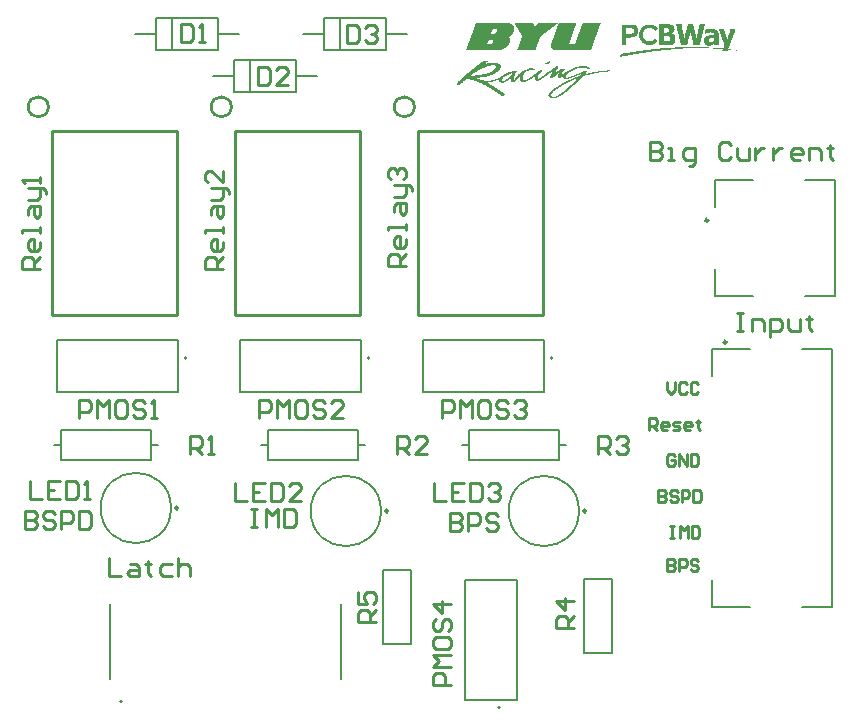
<source format=gbr>
%TF.GenerationSoftware,Altium Limited,Altium Designer,25.1.2 (22)*%
G04 Layer_Color=65535*
%FSLAX45Y45*%
%MOMM*%
%TF.SameCoordinates,40A9CBEC-A2F6-451D-B56F-574927FC8DEB*%
%TF.FilePolarity,Positive*%
%TF.FileFunction,Legend,Top*%
%TF.Part,Single*%
G01*
G75*
%TA.AperFunction,NonConductor*%
%ADD28C,0.25000*%
%ADD29C,0.25400*%
%ADD30C,0.15000*%
%ADD31C,0.20000*%
%ADD32C,0.12700*%
G36*
X4711841Y5886168D02*
X4753822D01*
Y5884968D01*
X4770614D01*
Y5882569D01*
X4769414D01*
Y5877772D01*
X4768215D01*
Y5874173D01*
X4767016D01*
Y5871774D01*
X4765816D01*
Y5866977D01*
X4764617D01*
Y5864578D01*
X4763417D01*
Y5860979D01*
X4762218D01*
Y5856182D01*
X4761018D01*
Y5854982D01*
X4759819D01*
Y5850184D01*
X4758619D01*
Y5846586D01*
X4757420D01*
Y5844187D01*
X4756221D01*
Y5839389D01*
X4755021D01*
Y5838190D01*
X4753822D01*
Y5833392D01*
X4752622D01*
Y5829794D01*
X4751423D01*
Y5827395D01*
X4750223D01*
Y5822597D01*
X4749024D01*
Y5820198D01*
X4747824D01*
Y5817799D01*
X4746625D01*
Y5813002D01*
X4745426D01*
Y5810603D01*
X4744226D01*
Y5807004D01*
X4743027D01*
Y5802207D01*
X4741827D01*
Y5801007D01*
X4740628D01*
Y5796209D01*
X4739428D01*
Y5793811D01*
X4738229D01*
Y5790212D01*
X4737029D01*
Y5785414D01*
X4735830D01*
Y5784215D01*
X4734631D01*
Y5779417D01*
X4733431D01*
Y5775819D01*
X4732232D01*
Y5773420D01*
X4731032D01*
Y5769822D01*
X4729833D01*
Y5766223D01*
X4728633D01*
Y5763824D01*
X4727434D01*
Y5759027D01*
X4726234D01*
Y5756628D01*
X4725035D01*
Y5753029D01*
X4723836D01*
Y5748232D01*
X4722636D01*
Y5745833D01*
X4721437D01*
Y5741035D01*
X4720237D01*
Y5738636D01*
X4719038D01*
Y5735038D01*
X4717838D01*
Y5731439D01*
X4716639D01*
Y5729041D01*
X4715439D01*
Y5724243D01*
X4714240D01*
Y5720644D01*
X4713041D01*
Y5718246D01*
X4711841D01*
Y5709849D01*
X4759819D01*
Y5711049D01*
X4761018D01*
Y5712248D01*
X4762218D01*
Y5715847D01*
X4763417D01*
Y5719445D01*
X4764617D01*
Y5721844D01*
X4765816D01*
Y5725442D01*
X4767016D01*
Y5729041D01*
X4768215D01*
Y5731439D01*
X4769414D01*
Y5736237D01*
X4770614D01*
Y5737437D01*
X4771813D01*
Y5742234D01*
X4773013D01*
Y5745833D01*
X4774212D01*
Y5748232D01*
X4775412D01*
Y5751830D01*
X4776611D01*
Y5755428D01*
X4777811D01*
Y5757827D01*
X4779010D01*
Y5762625D01*
X4780209D01*
Y5763824D01*
X4781409D01*
Y5768622D01*
X4782608D01*
Y5772221D01*
X4783808D01*
Y5774619D01*
X4785007D01*
Y5778218D01*
X4786207D01*
Y5780617D01*
X4787406D01*
Y5784215D01*
X4788606D01*
Y5789013D01*
X4789805D01*
Y5790212D01*
X4791004D01*
Y5795010D01*
X4792204D01*
Y5798608D01*
X4793403D01*
Y5799808D01*
X4794603D01*
Y5804606D01*
X4795802D01*
Y5807004D01*
X4797002D01*
Y5810603D01*
X4798201D01*
Y5814201D01*
X4799401D01*
Y5816600D01*
X4800600D01*
Y5820198D01*
X4801799D01*
Y5824996D01*
X4802999D01*
Y5826196D01*
X4804198D01*
Y5830993D01*
X4805398D01*
Y5833392D01*
X4806597D01*
Y5836991D01*
X4807797D01*
Y5840589D01*
X4808996D01*
Y5842988D01*
X4810196D01*
Y5846586D01*
X4811395D01*
Y5850184D01*
X4812594D01*
Y5852583D01*
X4813794D01*
Y5857381D01*
X4814993D01*
Y5858581D01*
X4816193D01*
Y5862179D01*
X4817392D01*
Y5866977D01*
X4818592D01*
Y5868176D01*
X4819791D01*
Y5872974D01*
X4820991D01*
Y5876572D01*
X4822190D01*
Y5878971D01*
X4823389D01*
Y5883769D01*
X4824589D01*
Y5884968D01*
X4852176D01*
Y5886168D01*
X4967323D01*
Y5884968D01*
X4976918D01*
Y5882569D01*
X4975719D01*
Y5878971D01*
X4974519D01*
Y5876572D01*
X4973320D01*
Y5871774D01*
X4972121D01*
Y5869376D01*
X4970921D01*
Y5865777D01*
X4969722D01*
Y5862179D01*
X4968522D01*
Y5859780D01*
X4967323D01*
Y5856182D01*
X4966123D01*
Y5851384D01*
X4964924D01*
Y5850184D01*
X4963724D01*
Y5845387D01*
X4962525D01*
Y5842988D01*
X4961326D01*
Y5839389D01*
X4960126D01*
Y5834592D01*
X4958927D01*
Y5833392D01*
X4957727D01*
Y5828594D01*
X4956528D01*
Y5824996D01*
X4955328D01*
Y5822597D01*
X4954129D01*
Y5817799D01*
X4952929D01*
Y5816600D01*
X4951730D01*
Y5813002D01*
X4950531D01*
Y5808204D01*
X4949331D01*
Y5805805D01*
X4948132D01*
Y5802207D01*
X4946932D01*
Y5798608D01*
X4945733D01*
Y5796209D01*
X4944533D01*
Y5791412D01*
X4943334D01*
Y5790212D01*
X4942134D01*
Y5785414D01*
X4940935D01*
Y5781816D01*
X4939736D01*
Y5779417D01*
X4938536D01*
Y5775819D01*
X4937337D01*
Y5772221D01*
X4936137D01*
Y5769822D01*
X4934938D01*
Y5765024D01*
X4933738D01*
Y5763824D01*
X4932539D01*
Y5759027D01*
X4931339D01*
Y5756628D01*
Y5755428D01*
X4930140D01*
Y5754229D01*
X4928941D01*
Y5749431D01*
X4927741D01*
Y5745833D01*
X4926542D01*
Y5743434D01*
X4925342D01*
Y5738636D01*
X4924143D01*
Y5737437D01*
X4922943D01*
Y5732639D01*
X4921744D01*
Y5729041D01*
X4920544D01*
Y5726642D01*
X4919345D01*
Y5723043D01*
X4918146D01*
Y5719445D01*
X4916946D01*
Y5717046D01*
X4915747D01*
Y5712248D01*
X4914547D01*
Y5711049D01*
X4913348D01*
Y5706251D01*
X4912148D01*
Y5702653D01*
X4910949D01*
Y5701453D01*
X4909749D01*
Y5696656D01*
X4908550D01*
Y5693057D01*
X4907351D01*
Y5690658D01*
X4906151D01*
Y5687060D01*
X4904952D01*
Y5684661D01*
X4903752D01*
Y5681063D01*
X4902553D01*
Y5676265D01*
X4901353D01*
Y5675066D01*
X4900154D01*
Y5670268D01*
X4898954D01*
Y5667869D01*
X4897755D01*
Y5665470D01*
X4896556D01*
Y5660672D01*
X4895356D01*
Y5659473D01*
X4894157D01*
Y5655874D01*
X4892957D01*
Y5654675D01*
X4880963D01*
Y5653476D01*
X4832985D01*
Y5652276D01*
X4813794D01*
Y5653476D01*
X4612287D01*
Y5654675D01*
X4577503D01*
Y5655874D01*
X4576304D01*
Y5657074D01*
X4575104D01*
Y5658273D01*
X4572706D01*
Y5659473D01*
X4571506D01*
Y5660672D01*
X4569107D01*
Y5661872D01*
X4567908D01*
Y5663071D01*
X4566708D01*
Y5664271D01*
X4565509D01*
Y5666669D01*
X4564309D01*
Y5667869D01*
X4563110D01*
Y5669068D01*
X4561911D01*
Y5671467D01*
X4560711D01*
Y5672667D01*
X4559512D01*
Y5675066D01*
X4558312D01*
Y5678664D01*
X4557113D01*
Y5679863D01*
X4555913D01*
Y5684661D01*
X4554714D01*
Y5695456D01*
X4555913D01*
Y5701453D01*
X4557113D01*
Y5702653D01*
X4558312D01*
Y5708650D01*
X4559512D01*
Y5712248D01*
X4560711D01*
Y5714647D01*
X4561911D01*
Y5719445D01*
X4563110D01*
Y5721844D01*
X4564309D01*
Y5725442D01*
X4565509D01*
Y5730240D01*
X4566708D01*
Y5732639D01*
X4567908D01*
Y5737437D01*
X4569107D01*
Y5741035D01*
X4570307D01*
Y5743434D01*
X4571506D01*
Y5748232D01*
X4572706D01*
Y5749431D01*
X4573905D01*
Y5754229D01*
X4575104D01*
Y5757827D01*
X4576304D01*
Y5760226D01*
X4577503D01*
Y5765024D01*
X4578703D01*
Y5768622D01*
X4579902D01*
Y5769822D01*
X4581102D01*
Y5774619D01*
X4582301D01*
Y5777018D01*
X4583501D01*
Y5780617D01*
X4584700D01*
Y5785414D01*
X4585899D01*
Y5786614D01*
X4587099D01*
Y5791412D01*
X4588298D01*
Y5795010D01*
X4589498D01*
Y5797409D01*
X4590697D01*
Y5802207D01*
X4591897D01*
Y5803406D01*
X4593096D01*
Y5808204D01*
X4594296D01*
Y5811802D01*
X4595495D01*
Y5814201D01*
X4596694D01*
Y5817799D01*
X4597894D01*
Y5821398D01*
X4599093D01*
Y5823797D01*
X4600293D01*
Y5828594D01*
X4601492D01*
Y5830993D01*
X4602692D01*
Y5834592D01*
X4603891D01*
Y5839389D01*
X4605091D01*
Y5840589D01*
X4606290D01*
Y5845387D01*
X4607489D01*
Y5848985D01*
X4608689D01*
Y5851384D01*
X4609888D01*
Y5856182D01*
X4611088D01*
Y5858581D01*
X4612287D01*
Y5862179D01*
X4613487D01*
Y5866977D01*
X4614686D01*
Y5868176D01*
X4615886D01*
Y5872974D01*
X4617085D01*
Y5876572D01*
X4618284D01*
Y5878971D01*
X4619484D01*
Y5883769D01*
X4618284D01*
Y5882569D01*
X4615886D01*
Y5881370D01*
X4614686D01*
Y5880171D01*
X4613487D01*
Y5878971D01*
X4611088D01*
Y5877772D01*
X4608689D01*
Y5876572D01*
X4607489D01*
Y5875373D01*
X4606290D01*
Y5874173D01*
X4605091D01*
Y5872974D01*
X4602692D01*
Y5871774D01*
X4600293D01*
Y5869376D01*
X4597894D01*
Y5868176D01*
X4596694D01*
Y5866977D01*
X4594296D01*
Y5865777D01*
X4593096D01*
Y5864578D01*
X4591897D01*
Y5863378D01*
X4590697D01*
Y5862179D01*
X4588298D01*
Y5860979D01*
X4587099D01*
Y5859780D01*
X4584700D01*
Y5858581D01*
X4583501D01*
Y5857381D01*
X4582301D01*
Y5856182D01*
X4579902D01*
Y5854982D01*
X4578703D01*
Y5853783D01*
X4577503D01*
Y5852583D01*
X4575104D01*
Y5851384D01*
X4573905D01*
Y5850184D01*
X4572706D01*
Y5848985D01*
X4570307D01*
Y5847786D01*
X4569107D01*
Y5846586D01*
X4567908D01*
Y5845387D01*
X4566708D01*
Y5844187D01*
X4564309D01*
Y5842988D01*
X4561911D01*
Y5840589D01*
X4559512D01*
Y5839389D01*
X4558312D01*
Y5838190D01*
X4555913D01*
Y5836991D01*
X4554714D01*
Y5835791D01*
X4553514D01*
Y5834592D01*
X4552315D01*
Y5833392D01*
X4549916D01*
Y5832193D01*
X4548717D01*
Y5830993D01*
X4546318D01*
Y5829794D01*
X4545118D01*
Y5828594D01*
X4543919D01*
Y5827395D01*
X4541520D01*
Y5826196D01*
X4540321D01*
Y5824996D01*
X4539121D01*
Y5823797D01*
X4536722D01*
Y5821398D01*
X4534323D01*
Y5820198D01*
X4531924D01*
Y5818999D01*
X4530725D01*
Y5817799D01*
X4529526D01*
Y5816600D01*
X4528326D01*
Y5815401D01*
X4525927D01*
Y5814201D01*
X4524728D01*
Y5813002D01*
X4523528D01*
Y5811802D01*
X4521129D01*
Y5810603D01*
X4519930D01*
Y5809403D01*
X4518731D01*
Y5808204D01*
X4516332D01*
Y5807004D01*
X4515132D01*
Y5805805D01*
X4513933D01*
Y5804606D01*
X4512733D01*
Y5803406D01*
X4511534D01*
Y5802207D01*
X4509135D01*
Y5801007D01*
X4506736D01*
Y5799808D01*
X4505537D01*
Y5798608D01*
X4504337D01*
Y5797409D01*
X4503138D01*
Y5796209D01*
X4500739D01*
Y5795010D01*
X4499539D01*
Y5793811D01*
X4498340D01*
Y5792611D01*
X4495941D01*
Y5791412D01*
X4494742D01*
Y5790212D01*
X4493542D01*
Y5789013D01*
X4491143D01*
Y5787813D01*
X4489944D01*
Y5786614D01*
X4488744D01*
Y5785414D01*
X4487545D01*
Y5784215D01*
X4486346D01*
Y5783016D01*
X4483947D01*
Y5781816D01*
X4482747D01*
Y5780617D01*
X4481548D01*
Y5779417D01*
X4479149D01*
Y5778218D01*
X4477949D01*
Y5777018D01*
X4476750D01*
Y5775819D01*
X4474351D01*
Y5774619D01*
X4473152D01*
Y5773420D01*
X4471952D01*
Y5772221D01*
X4470753D01*
Y5771021D01*
X4469553D01*
Y5769822D01*
X4467154D01*
Y5768622D01*
X4465955D01*
Y5766223D01*
X4464756D01*
Y5765024D01*
X4463556D01*
Y5761426D01*
X4462357D01*
Y5757827D01*
X4461157D01*
Y5756628D01*
X4459958D01*
Y5751830D01*
X4458758D01*
Y5749431D01*
X4457559D01*
Y5747032D01*
X4456359D01*
Y5742234D01*
X4455160D01*
Y5741035D01*
X4453961D01*
Y5736237D01*
X4452761D01*
Y5732639D01*
X4451562D01*
Y5731439D01*
X4450362D01*
Y5726642D01*
X4449163D01*
Y5724243D01*
X4447963D01*
Y5720644D01*
X4446764D01*
Y5717046D01*
X4445564D01*
Y5714647D01*
X4444365D01*
Y5711049D01*
X4443166D01*
Y5706251D01*
X4441966D01*
Y5705052D01*
X4440767D01*
Y5700254D01*
X4439567D01*
Y5697855D01*
X4438368D01*
Y5694257D01*
X4437168D01*
Y5690658D01*
X4435969D01*
Y5688259D01*
X4434769D01*
Y5684661D01*
X4433570D01*
Y5679863D01*
X4432371D01*
Y5678664D01*
X4431171D01*
Y5673866D01*
X4429972D01*
Y5671467D01*
X4428772D01*
Y5667869D01*
X4427573D01*
Y5663071D01*
X4426373D01*
Y5661872D01*
X4425174D01*
Y5657074D01*
X4423974D01*
Y5654675D01*
X4422775D01*
Y5653476D01*
X4410781D01*
Y5652276D01*
X4304030D01*
Y5653476D01*
X4276443D01*
Y5654675D01*
X4270446D01*
Y5655874D01*
X4271645D01*
Y5660672D01*
X4272844D01*
Y5663071D01*
X4274044D01*
Y5666669D01*
X4275243D01*
Y5671467D01*
X4276443D01*
Y5672667D01*
X4277642D01*
Y5677464D01*
X4278842D01*
Y5681063D01*
X4280041D01*
Y5683462D01*
X4281241D01*
Y5687060D01*
X4282440D01*
Y5689459D01*
X4283639D01*
Y5693057D01*
X4284839D01*
Y5697855D01*
X4286038D01*
Y5699054D01*
X4287238D01*
Y5703852D01*
X4288437D01*
Y5707451D01*
X4289637D01*
Y5709849D01*
X4290836D01*
Y5713448D01*
X4292036D01*
Y5715847D01*
X4293235D01*
Y5719445D01*
X4294434D01*
Y5724243D01*
X4295634D01*
Y5725442D01*
X4296833D01*
Y5730240D01*
X4298033D01*
Y5733838D01*
X4299232D01*
Y5736237D01*
X4300432D01*
Y5741035D01*
X4301631D01*
Y5742234D01*
X4302831D01*
Y5747032D01*
X4304030D01*
Y5750631D01*
X4305229D01*
Y5753029D01*
X4306429D01*
Y5756628D01*
X4307628D01*
Y5761426D01*
X4308828D01*
Y5763824D01*
X4310027D01*
Y5769822D01*
X4311227D01*
Y5771021D01*
X4310027D01*
Y5775819D01*
X4308828D01*
Y5778218D01*
X4307628D01*
Y5780617D01*
X4306429D01*
Y5783016D01*
X4305229D01*
Y5784215D01*
X4304030D01*
Y5786614D01*
X4302831D01*
Y5789013D01*
X4301631D01*
Y5790212D01*
X4300432D01*
Y5792611D01*
X4299232D01*
Y5795010D01*
X4298033D01*
Y5796209D01*
X4296833D01*
Y5798608D01*
X4295634D01*
Y5801007D01*
X4294434D01*
Y5802207D01*
X4293235D01*
Y5805805D01*
X4292036D01*
Y5807004D01*
X4290836D01*
Y5809403D01*
X4289637D01*
Y5810603D01*
X4288437D01*
Y5813002D01*
X4287238D01*
Y5815401D01*
X4286038D01*
Y5816600D01*
X4284839D01*
Y5818999D01*
X4283639D01*
Y5821398D01*
X4282440D01*
Y5822597D01*
X4281241D01*
Y5824996D01*
X4280041D01*
Y5827395D01*
X4278842D01*
Y5829794D01*
X4277642D01*
Y5830993D01*
X4276443D01*
Y5833392D01*
X4275243D01*
Y5835791D01*
X4274044D01*
Y5838190D01*
X4272844D01*
Y5839389D01*
X4271645D01*
Y5841788D01*
X4270446D01*
Y5842988D01*
X4269246D01*
Y5845387D01*
X4268047D01*
Y5847786D01*
X4266847D01*
Y5848985D01*
X4265648D01*
Y5851384D01*
X4264448D01*
Y5853783D01*
X4263249D01*
Y5854982D01*
X4262049D01*
Y5857381D01*
X4260850D01*
Y5859780D01*
X4259651D01*
Y5862179D01*
X4258451D01*
Y5863378D01*
X4257252D01*
Y5865777D01*
X4256052D01*
Y5868176D01*
X4254853D01*
Y5870575D01*
X4253653D01*
Y5871774D01*
X4252454D01*
Y5874173D01*
X4251254D01*
Y5876572D01*
X4250055D01*
Y5877772D01*
X4248856D01*
Y5880171D01*
X4247656D01*
Y5882569D01*
X4246457D01*
Y5884968D01*
X4247656D01*
Y5886168D01*
X4371199D01*
Y5884968D01*
X4399986D01*
Y5882569D01*
X4401185D01*
Y5881370D01*
X4402384D01*
Y5878971D01*
X4403584D01*
Y5876572D01*
X4404783D01*
Y5875373D01*
X4405983D01*
Y5872974D01*
X4407182D01*
Y5871774D01*
X4408382D01*
Y5869376D01*
X4409581D01*
Y5866977D01*
X4410781D01*
Y5865777D01*
X4411980D01*
Y5863378D01*
X4413179D01*
Y5862179D01*
X4414379D01*
Y5859780D01*
X4415578D01*
Y5858581D01*
X4416778D01*
Y5857381D01*
X4417977D01*
Y5856182D01*
X4419177D01*
Y5857381D01*
X4420376D01*
Y5858581D01*
X4422775D01*
Y5859780D01*
X4425174D01*
Y5862179D01*
X4427573D01*
Y5863378D01*
X4428772D01*
Y5864578D01*
X4431171D01*
Y5865777D01*
X4432371D01*
Y5866977D01*
X4433570D01*
Y5868176D01*
X4435969D01*
Y5869376D01*
X4437168D01*
Y5870575D01*
X4438368D01*
Y5871774D01*
X4440767D01*
Y5872974D01*
X4441966D01*
Y5874173D01*
X4443166D01*
Y5875373D01*
X4445564D01*
Y5876572D01*
X4446764D01*
Y5877772D01*
X4447963D01*
Y5878971D01*
X4449163D01*
Y5880171D01*
X4450362D01*
Y5881370D01*
X4452761D01*
Y5882569D01*
X4453961D01*
Y5883769D01*
X4456359D01*
Y5884968D01*
X4457559D01*
Y5886168D01*
X4458758D01*
Y5887367D01*
X4711841D01*
Y5886168D01*
D02*
G37*
G36*
X5392796Y5869453D02*
X5409345D01*
Y5867614D01*
X5416700D01*
Y5865775D01*
X5422216D01*
Y5863936D01*
X5425893D01*
Y5862098D01*
X5431410D01*
Y5860259D01*
X5435087D01*
Y5858420D01*
X5438764D01*
Y5856582D01*
X5440603D01*
Y5854743D01*
X5444280D01*
Y5852904D01*
X5446119D01*
Y5851066D01*
X5449797D01*
Y5849227D01*
X5451635D01*
Y5847388D01*
X5453474D01*
Y5845549D01*
X5455313D01*
Y5841872D01*
X5457152D01*
Y5840033D01*
X5458990D01*
Y5838194D01*
X5460829D01*
Y5836356D01*
X5458990D01*
Y5834517D01*
X5457152D01*
Y5832678D01*
X5455313D01*
Y5830839D01*
X5453474D01*
Y5829001D01*
X5451635D01*
Y5827162D01*
X5449797D01*
Y5825323D01*
X5447958D01*
Y5823485D01*
X5446119D01*
Y5821646D01*
X5444280D01*
Y5819807D01*
X5442442D01*
Y5817969D01*
X5438764D01*
Y5819807D01*
X5436926D01*
Y5821646D01*
X5433248D01*
Y5823485D01*
X5431410D01*
Y5825323D01*
X5429571D01*
Y5827162D01*
X5427732D01*
Y5829001D01*
X5424055D01*
Y5830839D01*
X5420377D01*
Y5832678D01*
X5418538D01*
Y5834517D01*
X5413022D01*
Y5836356D01*
X5409345D01*
Y5838194D01*
X5400151D01*
Y5840033D01*
X5378087D01*
Y5838194D01*
X5368893D01*
Y5836356D01*
X5365216D01*
Y5834517D01*
X5361538D01*
Y5832678D01*
X5357861D01*
Y5830839D01*
X5356022D01*
Y5829001D01*
X5354183D01*
Y5827162D01*
X5350506D01*
Y5825323D01*
X5348667D01*
Y5823485D01*
X5346828D01*
Y5821646D01*
X5344990D01*
Y5819807D01*
X5343151D01*
Y5816130D01*
X5341312D01*
Y5814291D01*
X5339473D01*
Y5810613D01*
X5337635D01*
Y5806936D01*
X5335796D01*
Y5801420D01*
X5333957D01*
Y5790388D01*
X5332119D01*
Y5779355D01*
X5333957D01*
Y5768323D01*
X5335796D01*
Y5762807D01*
X5337635D01*
Y5759129D01*
X5339473D01*
Y5755452D01*
X5341312D01*
Y5751775D01*
X5343151D01*
Y5749936D01*
X5344990D01*
Y5748097D01*
X5346828D01*
Y5746258D01*
X5348667D01*
Y5744420D01*
X5350506D01*
Y5742581D01*
X5352344D01*
Y5740742D01*
X5354183D01*
Y5738903D01*
X5357861D01*
Y5737065D01*
X5359699D01*
Y5735226D01*
X5363377D01*
Y5733387D01*
X5368893D01*
Y5731549D01*
X5374409D01*
Y5729710D01*
X5403829D01*
Y5731549D01*
X5411183D01*
Y5733387D01*
X5416700D01*
Y5735226D01*
X5418538D01*
Y5737065D01*
X5422216D01*
Y5738903D01*
X5425893D01*
Y5740742D01*
X5427732D01*
Y5742581D01*
X5429571D01*
Y5744420D01*
X5431410D01*
Y5746258D01*
X5435087D01*
Y5748097D01*
X5436926D01*
Y5749936D01*
X5438764D01*
Y5751775D01*
X5440603D01*
Y5749936D01*
X5442442D01*
Y5748097D01*
X5444280D01*
Y5746258D01*
X5446119D01*
Y5744420D01*
X5447958D01*
Y5742581D01*
X5449797D01*
Y5740742D01*
X5451635D01*
Y5738903D01*
X5453474D01*
Y5737065D01*
X5455313D01*
Y5735226D01*
X5457152D01*
Y5733387D01*
X5458990D01*
Y5727871D01*
X5457152D01*
Y5726032D01*
X5455313D01*
Y5724194D01*
X5453474D01*
Y5722355D01*
X5449797D01*
Y5720516D01*
X5447958D01*
Y5718678D01*
X5446119D01*
Y5716839D01*
X5444280D01*
Y5715000D01*
X5442442D01*
Y5713161D01*
X5438764D01*
Y5711323D01*
X5436926D01*
Y5709484D01*
X5431410D01*
Y5707645D01*
X5429571D01*
Y5705806D01*
X5424055D01*
Y5703968D01*
X5418538D01*
Y5702129D01*
X5411183D01*
Y5700290D01*
X5400151D01*
Y5698452D01*
X5378087D01*
Y5700290D01*
X5367054D01*
Y5702129D01*
X5359699D01*
Y5703968D01*
X5354183D01*
Y5705806D01*
X5350506D01*
Y5707645D01*
X5346828D01*
Y5709484D01*
X5343151D01*
Y5711323D01*
X5339473D01*
Y5713161D01*
X5335796D01*
Y5715000D01*
X5333957D01*
Y5716839D01*
X5332119D01*
Y5718678D01*
X5330280D01*
Y5720516D01*
X5328441D01*
Y5722355D01*
X5326602D01*
Y5724194D01*
X5324764D01*
Y5726032D01*
X5322925D01*
Y5727871D01*
X5321086D01*
Y5729710D01*
X5319247D01*
Y5731549D01*
X5317409D01*
Y5735226D01*
X5315570D01*
Y5737065D01*
X5313731D01*
Y5738903D01*
X5311893D01*
Y5742581D01*
X5310054D01*
Y5746258D01*
X5308215D01*
Y5751775D01*
X5306376D01*
Y5757291D01*
X5304538D01*
Y5764646D01*
X5302699D01*
Y5779355D01*
X5300860D01*
Y5790388D01*
X5302699D01*
Y5805097D01*
X5304538D01*
Y5810613D01*
X5306376D01*
Y5817969D01*
X5308215D01*
Y5821646D01*
X5310054D01*
Y5825323D01*
X5311893D01*
Y5829001D01*
X5313731D01*
Y5830839D01*
X5315570D01*
Y5834517D01*
X5317409D01*
Y5836356D01*
X5319247D01*
Y5838194D01*
X5321086D01*
Y5840033D01*
X5322925D01*
Y5841872D01*
X5324764D01*
Y5845549D01*
X5326602D01*
Y5847388D01*
X5328441D01*
Y5849227D01*
X5330280D01*
Y5851066D01*
X5333957D01*
Y5852904D01*
X5335796D01*
Y5854743D01*
X5337635D01*
Y5856582D01*
X5341312D01*
Y5858420D01*
X5344990D01*
Y5860259D01*
X5348667D01*
Y5862098D01*
X5352344D01*
Y5863936D01*
X5357861D01*
Y5865775D01*
X5363377D01*
Y5867614D01*
X5368893D01*
Y5869453D01*
X5387280D01*
Y5871291D01*
X5392796D01*
Y5869453D01*
D02*
G37*
G36*
X5859831Y5871291D02*
X5857993D01*
Y5863936D01*
X5856154D01*
Y5856582D01*
X5854315D01*
Y5849227D01*
X5852476D01*
Y5841872D01*
X5850638D01*
Y5834517D01*
X5848799D01*
Y5827162D01*
X5846960D01*
Y5819807D01*
X5845122D01*
Y5810613D01*
X5843283D01*
Y5805097D01*
X5841444D01*
Y5797743D01*
X5839605D01*
Y5790388D01*
X5837767D01*
Y5783033D01*
X5835928D01*
Y5773839D01*
X5834089D01*
Y5766484D01*
X5832250D01*
Y5760968D01*
X5830412D01*
Y5753613D01*
X5828573D01*
Y5748097D01*
X5826734D01*
Y5740742D01*
X5824896D01*
Y5733387D01*
X5823057D01*
Y5726032D01*
X5821218D01*
Y5718678D01*
X5819380D01*
Y5709484D01*
X5817541D01*
Y5702129D01*
X5815702D01*
Y5696613D01*
X5813863D01*
Y5694774D01*
X5764218D01*
Y5700290D01*
X5762379D01*
Y5707645D01*
X5760540D01*
Y5715000D01*
X5758702D01*
Y5722355D01*
X5756863D01*
Y5729710D01*
X5755024D01*
Y5737065D01*
X5753186D01*
Y5744420D01*
X5751347D01*
Y5751775D01*
X5749508D01*
Y5759129D01*
X5747669D01*
Y5766484D01*
X5745831D01*
Y5773839D01*
X5743992D01*
Y5779355D01*
X5742153D01*
Y5788549D01*
X5740314D01*
Y5795904D01*
X5738476D01*
Y5799581D01*
X5736637D01*
Y5803259D01*
X5734798D01*
Y5797743D01*
X5732960D01*
Y5790388D01*
X5731121D01*
Y5784872D01*
X5729282D01*
Y5775678D01*
X5727443D01*
Y5768323D01*
X5725605D01*
Y5760968D01*
X5723766D01*
Y5753613D01*
X5721927D01*
Y5746258D01*
X5720089D01*
Y5738903D01*
X5718250D01*
Y5731549D01*
X5716411D01*
Y5724194D01*
X5714573D01*
Y5716839D01*
X5712734D01*
Y5707645D01*
X5710895D01*
Y5700290D01*
X5709056D01*
Y5694774D01*
X5659411D01*
Y5696613D01*
X5657572D01*
Y5703968D01*
X5655733D01*
Y5709484D01*
X5653895D01*
Y5718678D01*
X5652056D01*
Y5726032D01*
X5650217D01*
Y5733387D01*
X5648379D01*
Y5738903D01*
X5646540D01*
Y5744420D01*
X5644701D01*
Y5751775D01*
X5642862D01*
Y5759129D01*
X5641024D01*
Y5766484D01*
X5639185D01*
Y5773839D01*
X5637346D01*
Y5781194D01*
X5635507D01*
Y5788549D01*
X5633669D01*
Y5792226D01*
Y5794065D01*
Y5795904D01*
X5631830D01*
Y5805097D01*
X5629991D01*
Y5810613D01*
X5628153D01*
Y5819807D01*
X5626314D01*
Y5827162D01*
X5624475D01*
Y5832678D01*
X5622636D01*
Y5841872D01*
X5620798D01*
Y5849227D01*
X5618959D01*
Y5856582D01*
X5617120D01*
Y5860259D01*
X5615281D01*
Y5867614D01*
X5613443D01*
Y5874969D01*
X5659411D01*
Y5873130D01*
X5661250D01*
Y5863936D01*
X5663088D01*
Y5854743D01*
X5664927D01*
Y5845549D01*
X5666766D01*
Y5836356D01*
X5668604D01*
Y5827162D01*
X5670443D01*
Y5817969D01*
X5672282D01*
Y5808775D01*
X5674120D01*
Y5799581D01*
X5675959D01*
Y5790388D01*
X5677798D01*
Y5784872D01*
X5679637D01*
Y5775678D01*
X5681476D01*
Y5766484D01*
X5683314D01*
Y5757291D01*
X5685153D01*
Y5759129D01*
X5686992D01*
Y5766484D01*
X5688830D01*
Y5773839D01*
X5690669D01*
Y5781194D01*
X5692508D01*
Y5788549D01*
X5694346D01*
Y5795904D01*
X5696185D01*
Y5803259D01*
X5698024D01*
Y5812452D01*
X5699863D01*
Y5819807D01*
X5701701D01*
Y5827162D01*
X5703540D01*
Y5834517D01*
X5705379D01*
Y5841872D01*
X5707217D01*
Y5847388D01*
X5709056D01*
Y5854743D01*
X5710895D01*
Y5860259D01*
X5712734D01*
Y5867614D01*
X5714573D01*
Y5874969D01*
X5758702D01*
Y5873130D01*
X5760540D01*
Y5865775D01*
X5762379D01*
Y5858420D01*
X5764218D01*
Y5851066D01*
X5766057D01*
Y5841872D01*
X5767895D01*
Y5836356D01*
X5769734D01*
Y5829001D01*
X5771573D01*
Y5821646D01*
X5773411D01*
Y5814291D01*
X5775250D01*
Y5805097D01*
X5777089D01*
Y5797743D01*
X5778928D01*
Y5790388D01*
X5780766D01*
Y5783033D01*
X5782605D01*
Y5773839D01*
X5784444D01*
Y5766484D01*
X5786283D01*
Y5759129D01*
X5788121D01*
Y5757291D01*
X5789960D01*
Y5766484D01*
X5791799D01*
Y5775678D01*
X5793637D01*
Y5783033D01*
X5795476D01*
Y5792226D01*
X5797315D01*
Y5801420D01*
X5799154D01*
Y5806936D01*
X5800992D01*
Y5816130D01*
X5802831D01*
Y5823485D01*
X5804670D01*
Y5832678D01*
X5806508D01*
Y5841872D01*
X5808347D01*
Y5851066D01*
X5810186D01*
Y5858420D01*
X5812025D01*
Y5867614D01*
X5813863D01*
Y5874969D01*
X5859831D01*
Y5871291D01*
D02*
G37*
G36*
X6117252Y5825323D02*
X6115413D01*
Y5819807D01*
X6113575D01*
Y5814291D01*
X6111736D01*
Y5808775D01*
X6109897D01*
Y5803259D01*
X6108059D01*
Y5799581D01*
X6106220D01*
Y5794065D01*
X6104381D01*
Y5788549D01*
X6102543D01*
Y5784872D01*
X6100704D01*
Y5779355D01*
X6098865D01*
Y5775678D01*
X6097026D01*
Y5770162D01*
X6095187D01*
Y5764646D01*
X6093349D01*
Y5759129D01*
X6091510D01*
Y5755452D01*
X6089671D01*
Y5749936D01*
X6087833D01*
Y5744420D01*
X6085994D01*
Y5738903D01*
X6084155D01*
Y5733387D01*
X6082317D01*
Y5729710D01*
X6080478D01*
Y5724194D01*
X6078639D01*
Y5718678D01*
X6076800D01*
Y5713161D01*
X6074962D01*
Y5709484D01*
X6073123D01*
Y5703968D01*
X6071284D01*
Y5700290D01*
X6069446D01*
Y5696613D01*
X6067607D01*
Y5691097D01*
X6065768D01*
Y5685581D01*
X6063929D01*
Y5680064D01*
X6062090D01*
Y5674548D01*
X6060252D01*
Y5670871D01*
X6058413D01*
Y5663516D01*
X6069446D01*
Y5661677D01*
X6084155D01*
Y5659839D01*
X6098865D01*
Y5658000D01*
X6115413D01*
Y5656161D01*
X6131962D01*
Y5654322D01*
X6130123D01*
Y5652484D01*
X6128284D01*
Y5650645D01*
X6120930D01*
Y5652484D01*
X6100704D01*
Y5654322D01*
X6085994D01*
Y5656161D01*
X6065768D01*
Y5658000D01*
X6063929D01*
Y5656161D01*
X6060252D01*
Y5658000D01*
X6054736D01*
Y5656161D01*
X6052897D01*
Y5648806D01*
X6051058D01*
Y5645129D01*
X6005090D01*
Y5648806D01*
X6006929D01*
Y5654322D01*
X6008768D01*
Y5658000D01*
X6010606D01*
Y5661677D01*
X5999574D01*
Y5663516D01*
X5975671D01*
Y5665355D01*
X5955445D01*
Y5667193D01*
X5931541D01*
Y5669032D01*
X5894767D01*
Y5670871D01*
X5837767D01*
Y5672710D01*
X5789960D01*
Y5670871D01*
X5723766D01*
Y5669032D01*
X5675959D01*
Y5667193D01*
X5648379D01*
Y5665355D01*
X5624475D01*
Y5663516D01*
X5595056D01*
Y5661677D01*
X5572991D01*
Y5659839D01*
X5554604D01*
Y5658000D01*
X5534378D01*
Y5656161D01*
X5512313D01*
Y5654322D01*
X5503120D01*
Y5652484D01*
X5488410D01*
Y5650645D01*
X5470023D01*
Y5648806D01*
X5453474D01*
Y5646967D01*
X5442442D01*
Y5645129D01*
X5425893D01*
Y5643290D01*
X5409345D01*
Y5641451D01*
X5398313D01*
Y5639613D01*
X5385441D01*
Y5637774D01*
X5370732D01*
Y5635935D01*
X5359699D01*
Y5634096D01*
X5348667D01*
Y5632258D01*
X5335796D01*
Y5630419D01*
X5322925D01*
Y5628580D01*
X5311893D01*
Y5626742D01*
X5300860D01*
Y5624903D01*
X5287989D01*
Y5623064D01*
X5276957D01*
Y5621225D01*
X5271441D01*
Y5619387D01*
X5258570D01*
Y5617548D01*
X5247537D01*
Y5615709D01*
X5238344D01*
Y5613870D01*
X5227311D01*
Y5612032D01*
X5216279D01*
Y5610193D01*
X5207086D01*
Y5608354D01*
X5199731D01*
Y5606516D01*
X5186860D01*
Y5604677D01*
X5177666D01*
Y5602838D01*
X5168473D01*
Y5600999D01*
X5155601D01*
Y5599161D01*
X5148246D01*
Y5597322D01*
X5140892D01*
Y5602838D01*
X5142730D01*
Y5612032D01*
X5144569D01*
Y5619387D01*
X5146408D01*
Y5621225D01*
X5150085D01*
Y5623064D01*
X5159279D01*
Y5624903D01*
X5168473D01*
Y5626742D01*
X5181343D01*
Y5628580D01*
X5190537D01*
Y5630419D01*
X5199731D01*
Y5632258D01*
X5212602D01*
Y5634096D01*
X5225473D01*
Y5635935D01*
X5234666D01*
Y5637774D01*
X5247537D01*
Y5639613D01*
X5260408D01*
Y5641451D01*
X5271441D01*
Y5643290D01*
X5282473D01*
Y5645129D01*
X5297183D01*
Y5646967D01*
X5310054D01*
Y5648806D01*
X5322925D01*
Y5650645D01*
X5335796D01*
Y5652484D01*
X5346828D01*
Y5654322D01*
X5359699D01*
Y5656161D01*
X5374409D01*
Y5658000D01*
X5392796D01*
Y5659839D01*
X5405667D01*
Y5661677D01*
X5407506D01*
Y5659839D01*
X5409345D01*
Y5661677D01*
X5422216D01*
Y5663516D01*
X5444280D01*
Y5665355D01*
X5462668D01*
Y5667193D01*
X5481055D01*
Y5669032D01*
X5499442D01*
Y5670871D01*
X5525184D01*
Y5672710D01*
X5549087D01*
Y5674548D01*
X5572991D01*
Y5676387D01*
X5607927D01*
Y5678226D01*
X5644701D01*
Y5680064D01*
X5699863D01*
Y5681903D01*
X5804670D01*
Y5680064D01*
X5852476D01*
Y5678226D01*
X5854315D01*
Y5680064D01*
X5857993D01*
Y5678226D01*
X5896606D01*
Y5676387D01*
X5929703D01*
Y5674548D01*
X5951767D01*
Y5672710D01*
X5971993D01*
Y5670871D01*
X5997735D01*
Y5669032D01*
X6014284D01*
Y5670871D01*
X6016123D01*
Y5676387D01*
X6017961D01*
Y5681903D01*
X6019800D01*
Y5685581D01*
X6021639D01*
Y5691097D01*
X6023477D01*
Y5694774D01*
X6025316D01*
Y5700290D01*
X6023477D01*
Y5705806D01*
X6021639D01*
Y5709484D01*
X6019800D01*
Y5715000D01*
X6017961D01*
Y5720516D01*
X6016123D01*
Y5726032D01*
X6014284D01*
Y5729710D01*
X6012445D01*
Y5735226D01*
X6010606D01*
Y5738903D01*
X6008768D01*
Y5744420D01*
X6006929D01*
Y5748097D01*
X6005090D01*
Y5753613D01*
X6003252D01*
Y5759129D01*
X6001413D01*
Y5764646D01*
X5999574D01*
Y5768323D01*
X5997735D01*
Y5773839D01*
X5995897D01*
Y5777517D01*
X5994058D01*
Y5783033D01*
X5992219D01*
Y5788549D01*
X5990380D01*
Y5794065D01*
X5988542D01*
Y5797743D01*
X5986703D01*
Y5803259D01*
X5984864D01*
Y5808775D01*
X5983026D01*
Y5814291D01*
X5981187D01*
Y5817969D01*
X5979348D01*
Y5821646D01*
X5977510D01*
Y5827162D01*
X5975671D01*
Y5830839D01*
X6019800D01*
Y5829001D01*
X6021639D01*
Y5823485D01*
X6023477D01*
Y5817969D01*
X6025316D01*
Y5810613D01*
X6027155D01*
Y5805097D01*
X6028994D01*
Y5799581D01*
X6030832D01*
Y5794065D01*
X6032671D01*
Y5788549D01*
X6034510D01*
Y5783033D01*
X6036349D01*
Y5777517D01*
X6038187D01*
Y5772000D01*
X6040026D01*
Y5766484D01*
X6041865D01*
Y5762807D01*
X6043703D01*
Y5757291D01*
X6045542D01*
Y5751775D01*
X6047381D01*
Y5748097D01*
X6049220D01*
Y5749936D01*
X6051058D01*
Y5757291D01*
X6052897D01*
Y5762807D01*
X6054736D01*
Y5768323D01*
X6056574D01*
Y5773839D01*
X6058413D01*
Y5779355D01*
X6060252D01*
Y5786710D01*
X6062090D01*
Y5792226D01*
X6063929D01*
Y5797743D01*
X6065768D01*
Y5803259D01*
X6067607D01*
Y5810613D01*
X6069446D01*
Y5816130D01*
X6071284D01*
Y5821646D01*
X6073123D01*
Y5825323D01*
X6074962D01*
Y5830839D01*
X6117252D01*
Y5825323D01*
D02*
G37*
G36*
X5926025Y5832678D02*
X5938896D01*
Y5830839D01*
X5946251D01*
Y5829001D01*
X5951767D01*
Y5827162D01*
X5955445D01*
Y5825323D01*
X5959122D01*
Y5823485D01*
X5960961D01*
Y5821646D01*
X5964638D01*
Y5819807D01*
X5966477D01*
Y5817969D01*
X5968316D01*
Y5816130D01*
X5970155D01*
Y5812452D01*
X5971993D01*
Y5808775D01*
X5973832D01*
Y5803259D01*
X5975671D01*
Y5794065D01*
X5977510D01*
Y5694774D01*
X5935219D01*
Y5698452D01*
Y5700290D01*
Y5707645D01*
X5933380D01*
Y5705806D01*
X5929703D01*
Y5703968D01*
X5927864D01*
Y5702129D01*
X5926025D01*
Y5700290D01*
X5922348D01*
Y5698452D01*
X5918670D01*
Y5696613D01*
X5914993D01*
Y5694774D01*
X5911316D01*
Y5692936D01*
X5903961D01*
Y5691097D01*
X5883735D01*
Y5692936D01*
X5876380D01*
Y5694774D01*
X5872702D01*
Y5696613D01*
X5869025D01*
Y5698452D01*
X5867186D01*
Y5700290D01*
X5865347D01*
Y5702129D01*
X5861670D01*
Y5703968D01*
X5859831D01*
Y5705806D01*
X5857993D01*
Y5709484D01*
X5856154D01*
Y5711323D01*
X5854315D01*
Y5715000D01*
X5852476D01*
Y5722355D01*
X5850638D01*
Y5746258D01*
X5852476D01*
Y5753613D01*
X5854315D01*
Y5757291D01*
X5856154D01*
Y5759129D01*
X5857993D01*
Y5762807D01*
X5861670D01*
Y5764646D01*
X5863509D01*
Y5766484D01*
X5865347D01*
Y5768323D01*
X5867186D01*
Y5770162D01*
X5870864D01*
Y5772000D01*
X5874541D01*
Y5773839D01*
X5878219D01*
Y5775678D01*
X5883735D01*
Y5777517D01*
X5891090D01*
Y5779355D01*
X5900283D01*
Y5781194D01*
X5911316D01*
Y5783033D01*
X5931541D01*
Y5784872D01*
X5935219D01*
Y5792226D01*
X5933380D01*
Y5795904D01*
X5931541D01*
Y5797743D01*
X5929703D01*
Y5799581D01*
X5927864D01*
Y5801420D01*
X5922348D01*
Y5803259D01*
X5909477D01*
Y5805097D01*
X5898444D01*
Y5803259D01*
X5887412D01*
Y5801420D01*
X5880057D01*
Y5799581D01*
X5874541D01*
Y5797743D01*
X5869025D01*
Y5795904D01*
X5865347D01*
Y5794065D01*
X5863509D01*
Y5795904D01*
X5861670D01*
Y5827162D01*
X5863509D01*
Y5829001D01*
X5870864D01*
Y5830839D01*
X5881896D01*
Y5832678D01*
X5896606D01*
Y5834517D01*
X5926025D01*
Y5832678D01*
D02*
G37*
G36*
X5541733Y5873130D02*
X5565636D01*
Y5871291D01*
X5572991D01*
Y5869453D01*
X5578507D01*
Y5867614D01*
X5582184D01*
Y5865775D01*
X5584023D01*
Y5863936D01*
X5587701D01*
Y5862098D01*
X5589539D01*
Y5860259D01*
X5591378D01*
Y5858420D01*
X5593217D01*
Y5856582D01*
X5595056D01*
Y5854743D01*
X5596894D01*
Y5851066D01*
X5598733D01*
Y5845549D01*
X5600572D01*
Y5836356D01*
X5602410D01*
Y5829001D01*
X5600572D01*
Y5819807D01*
X5598733D01*
Y5814291D01*
X5596894D01*
Y5810613D01*
X5595056D01*
Y5806936D01*
X5593217D01*
Y5805097D01*
X5591378D01*
Y5803259D01*
X5589539D01*
Y5801420D01*
X5587701D01*
Y5799581D01*
X5584023D01*
Y5797743D01*
X5582184D01*
Y5795904D01*
X5578507D01*
Y5792226D01*
X5584023D01*
Y5790388D01*
X5589539D01*
Y5788549D01*
X5593217D01*
Y5786710D01*
X5595056D01*
Y5784872D01*
X5598733D01*
Y5783033D01*
X5600572D01*
Y5781194D01*
X5602410D01*
Y5779355D01*
X5604249D01*
Y5775678D01*
X5606088D01*
Y5773839D01*
X5607927D01*
Y5768323D01*
X5609765D01*
Y5727871D01*
X5607927D01*
Y5724194D01*
X5606088D01*
Y5720516D01*
X5604249D01*
Y5718678D01*
X5602410D01*
Y5715000D01*
X5600572D01*
Y5713161D01*
X5598733D01*
Y5711323D01*
X5596894D01*
Y5709484D01*
X5595056D01*
Y5707645D01*
X5591378D01*
Y5705806D01*
X5589539D01*
Y5703968D01*
X5585862D01*
Y5702129D01*
X5582184D01*
Y5700290D01*
X5576668D01*
Y5698452D01*
X5571152D01*
Y5696613D01*
X5561959D01*
Y5694774D01*
X5470023D01*
Y5873130D01*
X5471861D01*
Y5874969D01*
X5541733D01*
Y5873130D01*
D02*
G37*
G36*
X5251215Y5869453D02*
X5260408D01*
Y5867614D01*
X5265925D01*
Y5865775D01*
X5269602D01*
Y5863936D01*
X5273280D01*
Y5862098D01*
X5275118D01*
Y5860259D01*
X5276957D01*
Y5858420D01*
X5278796D01*
Y5856582D01*
X5280634D01*
Y5854743D01*
X5282473D01*
Y5852904D01*
X5284312D01*
Y5851066D01*
X5286150D01*
Y5849227D01*
X5287989D01*
Y5845549D01*
X5289828D01*
Y5840033D01*
X5291667D01*
Y5834517D01*
X5293505D01*
Y5823485D01*
X5295344D01*
Y5810613D01*
X5293505D01*
Y5799581D01*
X5291667D01*
Y5794065D01*
X5289828D01*
Y5790388D01*
X5287989D01*
Y5786710D01*
X5286150D01*
Y5784872D01*
X5284312D01*
Y5781194D01*
X5282473D01*
Y5779355D01*
X5280634D01*
Y5777517D01*
X5278796D01*
Y5775678D01*
X5276957D01*
Y5773839D01*
X5273280D01*
Y5772000D01*
X5271441D01*
Y5770162D01*
X5267763D01*
Y5768323D01*
X5264086D01*
Y5766484D01*
X5260408D01*
Y5764646D01*
X5253054D01*
Y5762807D01*
X5229150D01*
Y5760968D01*
X5194214D01*
Y5694774D01*
X5159279D01*
Y5705806D01*
Y5707645D01*
Y5871291D01*
X5251215D01*
Y5869453D01*
D02*
G37*
G36*
X4008967Y5886168D02*
X4126512D01*
Y5884968D01*
X4194881D01*
Y5883769D01*
X4203277D01*
Y5882569D01*
X4205676D01*
Y5881370D01*
X4210473D01*
Y5880171D01*
X4212872D01*
Y5878971D01*
X4216471D01*
Y5877772D01*
X4218869D01*
Y5876572D01*
X4221268D01*
Y5875373D01*
X4223667D01*
Y5874173D01*
X4226066D01*
Y5872974D01*
X4227266D01*
Y5871774D01*
X4229664D01*
Y5870575D01*
X4230864D01*
Y5869376D01*
X4233263D01*
Y5868176D01*
X4234462D01*
Y5866977D01*
X4235662D01*
Y5865777D01*
X4236861D01*
Y5863378D01*
X4238061D01*
Y5862179D01*
X4239260D01*
Y5860979D01*
X4240459D01*
Y5858581D01*
X4241659D01*
Y5856182D01*
X4242858D01*
Y5851384D01*
X4244058D01*
Y5829794D01*
X4242858D01*
Y5818999D01*
X4241659D01*
Y5816600D01*
X4240459D01*
Y5813002D01*
X4239260D01*
Y5809403D01*
X4238061D01*
Y5808204D01*
X4236861D01*
Y5804606D01*
X4235662D01*
Y5802207D01*
X4234462D01*
Y5801007D01*
X4233263D01*
Y5798608D01*
X4232063D01*
Y5797409D01*
X4230864D01*
Y5795010D01*
X4229664D01*
Y5793811D01*
X4228465D01*
Y5792611D01*
X4227266D01*
Y5790212D01*
X4226066D01*
Y5789013D01*
X4224867D01*
Y5786614D01*
X4223667D01*
Y5785414D01*
X4222468D01*
Y5784215D01*
X4221268D01*
Y5783016D01*
X4220069D01*
Y5781816D01*
X4218869D01*
Y5780617D01*
X4217670D01*
Y5779417D01*
X4216471D01*
Y5777018D01*
X4215271D01*
Y5775819D01*
X4214072D01*
Y5774619D01*
X4212872D01*
Y5773420D01*
X4210473D01*
Y5772221D01*
X4209274D01*
Y5771021D01*
X4208074D01*
Y5769822D01*
X4206875D01*
Y5768622D01*
X4205676D01*
Y5767423D01*
X4203277D01*
Y5766223D01*
X4202077D01*
Y5765024D01*
X4200878D01*
Y5761426D01*
X4202077D01*
Y5759027D01*
X4203277D01*
Y5757827D01*
X4204476D01*
Y5754229D01*
X4205676D01*
Y5751830D01*
X4206875D01*
Y5749431D01*
X4208074D01*
Y5744633D01*
X4209274D01*
Y5742234D01*
X4210473D01*
Y5732639D01*
X4209274D01*
Y5729041D01*
X4208074D01*
Y5723043D01*
X4206875D01*
Y5720644D01*
X4205676D01*
Y5717046D01*
X4204476D01*
Y5714647D01*
X4203277D01*
Y5712248D01*
X4202077D01*
Y5709849D01*
X4200878D01*
Y5707451D01*
X4199678D01*
Y5706251D01*
X4198479D01*
Y5702653D01*
X4197279D01*
Y5701453D01*
X4196080D01*
Y5700254D01*
X4194881D01*
Y5697855D01*
X4193681D01*
Y5696656D01*
X4192482D01*
Y5694257D01*
X4191282D01*
Y5693057D01*
X4190083D01*
Y5691858D01*
X4188883D01*
Y5690658D01*
X4187684D01*
Y5689459D01*
X4186484D01*
Y5687060D01*
X4184086D01*
Y5685861D01*
X4182886D01*
Y5684661D01*
X4181687D01*
Y5683462D01*
X4180487D01*
Y5682262D01*
X4179288D01*
Y5681063D01*
X4178088D01*
Y5679863D01*
X4176889D01*
Y5678664D01*
X4175689D01*
Y5677464D01*
X4173291D01*
Y5676265D01*
X4172091D01*
Y5675066D01*
X4169692D01*
Y5673866D01*
X4168493D01*
Y5672667D01*
X4166094D01*
Y5671467D01*
X4163695D01*
Y5670268D01*
X4161296D01*
Y5669068D01*
X4160097D01*
Y5667869D01*
X4156498D01*
Y5666669D01*
X4155299D01*
Y5665470D01*
X4151701D01*
Y5664271D01*
X4148102D01*
Y5663071D01*
X4146903D01*
Y5661872D01*
X4142105D01*
Y5660672D01*
X4138507D01*
Y5659473D01*
X4134908D01*
Y5658273D01*
X4128911D01*
Y5657074D01*
X4125313D01*
Y5655874D01*
X4114518D01*
Y5654675D01*
X4086931D01*
Y5653476D01*
X4053346D01*
Y5652276D01*
X3837446D01*
Y5657074D01*
X3838646D01*
Y5661872D01*
X3839845D01*
Y5664271D01*
X3841044D01*
Y5667869D01*
X3842244D01*
Y5671467D01*
X3843443D01*
Y5673866D01*
X3844643D01*
Y5678664D01*
X3845842D01*
Y5681063D01*
X3847042D01*
Y5684661D01*
X3848241D01*
Y5688259D01*
X3849441D01*
Y5690658D01*
X3850640D01*
Y5695456D01*
X3851839D01*
Y5697855D01*
X3853039D01*
Y5701453D01*
X3854238D01*
Y5706251D01*
X3855438D01*
Y5707451D01*
X3856637D01*
Y5712248D01*
X3857837D01*
Y5715847D01*
X3859036D01*
Y5718246D01*
X3860236D01*
Y5721844D01*
X3861435D01*
Y5724243D01*
X3862634D01*
Y5727841D01*
X3863834D01*
Y5732639D01*
X3865033D01*
Y5733838D01*
X3866233D01*
Y5738636D01*
X3867432D01*
Y5742234D01*
X3868632D01*
Y5744633D01*
X3869831D01*
Y5748232D01*
X3871031D01*
Y5750631D01*
X3872230D01*
Y5754229D01*
X3873429D01*
Y5759027D01*
X3874629D01*
Y5760226D01*
X3875828D01*
Y5765024D01*
X3877028D01*
Y5768622D01*
X3878227D01*
Y5771021D01*
X3879427D01*
Y5774619D01*
X3880626D01*
Y5777018D01*
X3881826D01*
Y5780617D01*
X3883025D01*
Y5785414D01*
X3884224D01*
Y5786614D01*
X3885424D01*
Y5791412D01*
X3886623D01*
Y5793811D01*
X3887823D01*
Y5797409D01*
X3889022D01*
Y5801007D01*
X3890222D01*
Y5803406D01*
X3891421D01*
Y5807004D01*
X3892621D01*
Y5811802D01*
X3893820D01*
Y5813002D01*
X3895019D01*
Y5817799D01*
X3896219D01*
Y5821398D01*
X3897418D01*
Y5823797D01*
X3898618D01*
Y5827395D01*
X3899817D01*
Y5829794D01*
X3901017D01*
Y5833392D01*
X3902216D01*
Y5836991D01*
X3903416D01*
Y5839389D01*
X3904615D01*
Y5844187D01*
X3905814D01*
Y5846586D01*
X3907014D01*
Y5848985D01*
X3908213D01*
Y5853783D01*
X3909413D01*
Y5856182D01*
X3910612D01*
Y5859780D01*
X3911812D01*
Y5863378D01*
X3913011D01*
Y5865777D01*
X3914211D01*
Y5869376D01*
X3915410D01*
Y5872974D01*
X3916609D01*
Y5875373D01*
X3917809D01*
Y5880171D01*
X3919008D01*
Y5882569D01*
X3920208D01*
Y5886168D01*
X3921407D01*
Y5887367D01*
X4008967D01*
Y5886168D01*
D02*
G37*
G36*
X4543919Y5557520D02*
X4545118D01*
Y5555121D01*
X4547517D01*
Y5552722D01*
X4548717D01*
Y5550323D01*
X4547517D01*
Y5547924D01*
X4545118D01*
Y5545526D01*
X4542719D01*
Y5544326D01*
X4540321D01*
Y5541927D01*
X4535523D01*
Y5539528D01*
X4531924D01*
Y5538329D01*
X4524728D01*
Y5535930D01*
X4515132D01*
Y5537129D01*
X4513933D01*
Y5538329D01*
X4511534D01*
Y5539528D01*
X4509135D01*
Y5541927D01*
X4506736D01*
Y5544326D01*
X4507936D01*
Y5545526D01*
X4512733D01*
Y5547924D01*
X4519930D01*
Y5549124D01*
X4525927D01*
Y5551523D01*
X4530725D01*
Y5553922D01*
X4534323D01*
Y5555121D01*
X4535523D01*
Y5557520D01*
X4537922D01*
Y5558719D01*
X4543919D01*
Y5557520D01*
D02*
G37*
G36*
X4007767Y5563517D02*
X4014964D01*
Y5561118D01*
X4020961D01*
Y5558719D01*
X4018562D01*
Y5557520D01*
X4017363D01*
Y5555121D01*
X4013764D01*
Y5553922D01*
X4011366D01*
Y5551523D01*
X4008967D01*
Y5549124D01*
X4006568D01*
Y5547924D01*
X4004169D01*
Y5546725D01*
X4002969D01*
Y5545526D01*
X4001770D01*
Y5539528D01*
X4013764D01*
Y5540728D01*
X4014964D01*
Y5541927D01*
X4026958D01*
Y5544326D01*
X4037753D01*
Y5545526D01*
X4095327D01*
Y5544326D01*
X4104922D01*
Y5541927D01*
X4110919D01*
Y5540728D01*
X4112119D01*
Y5539528D01*
X4115717D01*
Y5538329D01*
X4119316D01*
Y5535930D01*
X4122914D01*
Y5534731D01*
X4124113D01*
Y5532332D01*
X4126512D01*
Y5531132D01*
X4127712D01*
Y5529933D01*
X4128911D01*
Y5528733D01*
X4130111D01*
Y5526334D01*
X4132509D01*
Y5520337D01*
X4133709D01*
Y5513141D01*
X4132509D01*
Y5507143D01*
X4130111D01*
Y5503545D01*
X4128911D01*
Y5499947D01*
X4126512D01*
Y5497548D01*
X4125313D01*
Y5496348D01*
X4124113D01*
Y5493949D01*
X4122914D01*
Y5491551D01*
X4120515D01*
Y5490351D01*
X4119316D01*
Y5486753D01*
X4116917D01*
Y5484354D01*
X4114518D01*
Y5481955D01*
X4113318D01*
Y5480756D01*
X4110919D01*
Y5478357D01*
X4109720D01*
Y5477157D01*
X4107321D01*
Y5474758D01*
X4104922D01*
Y5472359D01*
X4101324D01*
Y5471160D01*
X4100124D01*
Y5468761D01*
X4097726D01*
Y5467562D01*
X4096526D01*
Y5466362D01*
X4095327D01*
Y5465163D01*
X4091728D01*
Y5462764D01*
X4090529D01*
Y5461564D01*
X4085731D01*
Y5459166D01*
X4084532D01*
Y5457966D01*
X4080933D01*
Y5455567D01*
X4076136D01*
Y5453168D01*
X4072537D01*
Y5451969D01*
X4068939D01*
Y5449570D01*
X4064141D01*
Y5448371D01*
X4062942D01*
Y5447171D01*
X4059343D01*
Y5445972D01*
X4055745D01*
Y5443573D01*
X4049748D01*
Y5442373D01*
X4043751D01*
Y5439974D01*
X4037753D01*
Y5437576D01*
X4031756D01*
Y5436376D01*
X4025759D01*
Y5435177D01*
X4024559D01*
Y5433977D01*
X4018562D01*
Y5432778D01*
X4011366D01*
Y5430379D01*
X4001770D01*
Y5427980D01*
X3992174D01*
Y5426781D01*
X3981379D01*
Y5425581D01*
X3980180D01*
Y5424382D01*
X3969385D01*
Y5423182D01*
X3953792D01*
Y5420783D01*
X3940598D01*
Y5418384D01*
X3932202D01*
Y5413587D01*
X3935801D01*
Y5411188D01*
X3940598D01*
Y5409988D01*
X3941798D01*
Y5408789D01*
X3945396D01*
Y5407589D01*
X3951393D01*
Y5405191D01*
X3957391D01*
Y5403991D01*
X3964587D01*
Y5401592D01*
X3970584D01*
Y5400393D01*
X3971784D01*
Y5399193D01*
X3978981D01*
Y5397994D01*
X3986177D01*
Y5395595D01*
X3995773D01*
Y5394396D01*
X4040152D01*
Y5395595D01*
X4050947D01*
Y5397994D01*
X4059343D01*
Y5399193D01*
X4066540D01*
Y5401592D01*
X4072537D01*
Y5403991D01*
X4078534D01*
Y5405191D01*
X4084532D01*
Y5407589D01*
X4089329D01*
Y5408789D01*
X4092928D01*
Y5409988D01*
X4094127D01*
Y5411188D01*
X4098925D01*
Y5412387D01*
X4100124D01*
Y5413587D01*
X4103723D01*
Y5414786D01*
X4107321D01*
Y5415986D01*
X4108521D01*
Y5417185D01*
X4113318D01*
Y5418384D01*
X4115717D01*
Y5419584D01*
X4116917D01*
Y5420783D01*
X4120515D01*
Y5423182D01*
X4124113D01*
Y5424382D01*
X4126512D01*
Y5425581D01*
X4127712D01*
Y5426781D01*
X4130111D01*
Y5427980D01*
X4132509D01*
Y5429179D01*
X4133709D01*
Y5430379D01*
X4136108D01*
Y5432778D01*
X4139706D01*
Y5433977D01*
X4142105D01*
Y5436376D01*
X4143304D01*
Y5437576D01*
X4144504D01*
Y5438775D01*
X4146903D01*
Y5439974D01*
X4149302D01*
Y5442373D01*
X4151701D01*
Y5443573D01*
X4155299D01*
Y5445972D01*
X4157698D01*
Y5448371D01*
X4161296D01*
Y5449570D01*
X4164894D01*
Y5451969D01*
X4168493D01*
Y5453168D01*
X4170892D01*
Y5454368D01*
X4172091D01*
Y5455567D01*
X4175689D01*
Y5456767D01*
X4176889D01*
Y5457966D01*
X4180487D01*
Y5459166D01*
X4184086D01*
Y5461564D01*
X4190083D01*
Y5462764D01*
X4193681D01*
Y5465163D01*
X4199678D01*
Y5467562D01*
X4205676D01*
Y5468761D01*
X4210473D01*
Y5471160D01*
X4216471D01*
Y5472359D01*
X4222468D01*
Y5473559D01*
X4224867D01*
Y5474758D01*
X4229664D01*
Y5475958D01*
X4230864D01*
Y5477157D01*
X4238061D01*
Y5478357D01*
X4245257D01*
Y5480756D01*
X4263249D01*
Y5478357D01*
X4264448D01*
Y5473559D01*
X4263249D01*
Y5468761D01*
X4260850D01*
Y5465163D01*
X4259651D01*
Y5461564D01*
X4257252D01*
Y5457966D01*
X4256052D01*
Y5456767D01*
X4254853D01*
Y5453168D01*
X4253653D01*
Y5449570D01*
X4251254D01*
Y5443573D01*
X4250055D01*
Y5439974D01*
X4247656D01*
Y5433977D01*
X4245257D01*
Y5427980D01*
X4244058D01*
Y5420783D01*
X4241659D01*
Y5405191D01*
X4247656D01*
Y5407589D01*
X4250055D01*
Y5409988D01*
X4251254D01*
Y5411188D01*
X4252454D01*
Y5412387D01*
X4253653D01*
Y5414786D01*
X4254853D01*
Y5417185D01*
X4257252D01*
Y5418384D01*
X4258451D01*
Y5419584D01*
X4259651D01*
Y5420783D01*
X4260850D01*
Y5423182D01*
X4262049D01*
Y5424382D01*
X4263249D01*
Y5426781D01*
X4264448D01*
Y5427980D01*
X4265648D01*
Y5429179D01*
X4266847D01*
Y5430379D01*
X4268047D01*
Y5431578D01*
X4269246D01*
Y5433977D01*
X4270446D01*
Y5436376D01*
X4272844D01*
Y5438775D01*
X4274044D01*
Y5439974D01*
X4276443D01*
Y5442373D01*
X4278842D01*
Y5444772D01*
X4280041D01*
Y5448371D01*
X4282440D01*
Y5449570D01*
X4283639D01*
Y5451969D01*
X4286038D01*
Y5453168D01*
X4288437D01*
Y5455567D01*
X4289637D01*
Y5457966D01*
X4292036D01*
Y5459166D01*
X4293235D01*
Y5461564D01*
X4295634D01*
Y5462764D01*
X4298033D01*
Y5465163D01*
X4301631D01*
Y5467562D01*
X4302831D01*
Y5468761D01*
X4305229D01*
Y5471160D01*
X4308828D01*
Y5472359D01*
X4311227D01*
Y5473559D01*
X4312426D01*
Y5474758D01*
X4314825D01*
Y5477157D01*
X4318423D01*
Y5478357D01*
X4322022D01*
Y5480756D01*
X4326819D01*
Y5481955D01*
X4330418D01*
Y5484354D01*
X4334016D01*
Y5486753D01*
X4340013D01*
Y5487952D01*
X4343612D01*
Y5490351D01*
X4349609D01*
Y5491551D01*
X4354407D01*
Y5492750D01*
X4355606D01*
Y5493949D01*
X4360404D01*
Y5496348D01*
X4366401D01*
Y5497548D01*
X4372398D01*
Y5499947D01*
X4379595D01*
Y5501146D01*
X4395188D01*
Y5499947D01*
X4403584D01*
Y5497548D01*
X4409581D01*
Y5496348D01*
X4414379D01*
Y5495149D01*
X4415578D01*
Y5493949D01*
X4419177D01*
Y5491551D01*
X4420376D01*
Y5490351D01*
X4419177D01*
Y5487952D01*
X4410781D01*
Y5486753D01*
X4377196D01*
Y5485553D01*
X4375997D01*
Y5484354D01*
X4367601D01*
Y5483154D01*
X4366401D01*
Y5481955D01*
X4361603D01*
Y5480756D01*
X4356806D01*
Y5478357D01*
X4353207D01*
Y5477157D01*
X4349609D01*
Y5474758D01*
X4346011D01*
Y5472359D01*
X4343612D01*
Y5471160D01*
X4342412D01*
Y5468761D01*
X4338814D01*
Y5467562D01*
X4337614D01*
Y5466362D01*
X4336415D01*
Y5465163D01*
X4335216D01*
Y5463963D01*
X4334016D01*
Y5461564D01*
X4332817D01*
Y5460365D01*
X4331617D01*
Y5459166D01*
X4330418D01*
Y5456767D01*
X4328019D01*
Y5453168D01*
X4326819D01*
Y5451969D01*
X4324421D01*
Y5447171D01*
X4322022D01*
Y5443573D01*
X4320822D01*
Y5439974D01*
X4318423D01*
Y5433977D01*
X4317224D01*
Y5420783D01*
X4316024D01*
Y5419584D01*
X4314825D01*
Y5409988D01*
X4317224D01*
Y5399193D01*
X4318423D01*
Y5397994D01*
X4335216D01*
Y5399193D01*
X4338814D01*
Y5400393D01*
X4340013D01*
Y5401592D01*
X4343612D01*
Y5403991D01*
X4347210D01*
Y5405191D01*
X4350808D01*
Y5407589D01*
X4355606D01*
Y5408789D01*
X4358005D01*
Y5409988D01*
X4359204D01*
Y5411188D01*
X4362803D01*
Y5413587D01*
X4366401D01*
Y5414786D01*
X4368800D01*
Y5417185D01*
X4372398D01*
Y5418384D01*
X4374797D01*
Y5419584D01*
X4375997D01*
Y5420783D01*
X4378396D01*
Y5423182D01*
X4381994D01*
Y5424382D01*
X4384393D01*
Y5425581D01*
X4385592D01*
Y5426781D01*
X4387991D01*
Y5427980D01*
X4389191D01*
Y5429179D01*
X4391589D01*
Y5430379D01*
X4393988D01*
Y5432778D01*
X4396387D01*
Y5433977D01*
X4398786D01*
Y5435177D01*
X4399986D01*
Y5436376D01*
X4401185D01*
Y5437576D01*
X4402384D01*
Y5438775D01*
X4404783D01*
Y5439974D01*
X4407182D01*
Y5442373D01*
X4409581D01*
Y5443573D01*
X4413179D01*
Y5445972D01*
X4414379D01*
Y5448371D01*
X4416778D01*
Y5449570D01*
X4420376D01*
Y5451969D01*
X4422775D01*
Y5453168D01*
X4423974D01*
Y5455567D01*
X4427573D01*
Y5457966D01*
X4429972D01*
Y5459166D01*
X4432371D01*
Y5461564D01*
X4433570D01*
Y5462764D01*
X4435969D01*
Y5463963D01*
X4437168D01*
Y5465163D01*
X4439567D01*
Y5467562D01*
X4441966D01*
Y5468761D01*
X4443166D01*
Y5471160D01*
X4445564D01*
Y5472359D01*
X4447963D01*
Y5474758D01*
X4450362D01*
Y5477157D01*
X4452761D01*
Y5478357D01*
X4455160D01*
Y5480756D01*
X4457559D01*
Y5481955D01*
X4458758D01*
Y5484354D01*
X4462357D01*
Y5486753D01*
X4464756D01*
Y5487952D01*
X4468354D01*
Y5490351D01*
X4480348D01*
Y5487952D01*
X4486346D01*
Y5485553D01*
X4483947D01*
Y5481955D01*
X4482747D01*
Y5480756D01*
X4480348D01*
Y5478357D01*
X4477949D01*
Y5475958D01*
X4476750D01*
Y5473559D01*
X4475551D01*
Y5472359D01*
X4474351D01*
Y5471160D01*
X4473152D01*
Y5469961D01*
X4471952D01*
Y5468761D01*
X4470753D01*
Y5467562D01*
X4469553D01*
Y5466362D01*
X4468354D01*
Y5465163D01*
X4467154D01*
Y5462764D01*
X4464756D01*
Y5459166D01*
X4462357D01*
Y5457966D01*
X4461157D01*
Y5455567D01*
X4458758D01*
Y5453168D01*
X4457559D01*
Y5451969D01*
X4456359D01*
Y5450769D01*
X4455160D01*
Y5447171D01*
X4452761D01*
Y5445972D01*
X4451562D01*
Y5443573D01*
X4450362D01*
Y5442373D01*
X4449163D01*
Y5439974D01*
X4447963D01*
Y5436376D01*
X4445564D01*
Y5431578D01*
X4444365D01*
Y5430379D01*
X4443166D01*
Y5411188D01*
X4452761D01*
Y5413587D01*
X4457559D01*
Y5414786D01*
X4461157D01*
Y5417185D01*
X4462357D01*
Y5418384D01*
X4464756D01*
Y5419584D01*
X4467154D01*
Y5420783D01*
X4468354D01*
Y5423182D01*
X4471952D01*
Y5424382D01*
X4474351D01*
Y5426781D01*
X4476750D01*
Y5427980D01*
X4479149D01*
Y5429179D01*
X4480348D01*
Y5430379D01*
X4481548D01*
Y5432778D01*
X4486346D01*
Y5433977D01*
X4487545D01*
Y5436376D01*
X4489944D01*
Y5437576D01*
X4491143D01*
Y5438775D01*
X4493542D01*
Y5439974D01*
X4495941D01*
Y5442373D01*
X4499539D01*
Y5443573D01*
X4500739D01*
Y5444772D01*
X4501938D01*
Y5445972D01*
X4503138D01*
Y5448371D01*
X4506736D01*
Y5449570D01*
X4509135D01*
Y5451969D01*
X4511534D01*
Y5453168D01*
X4513933D01*
Y5454368D01*
X4515132D01*
Y5455567D01*
X4516332D01*
Y5457966D01*
X4518731D01*
Y5459166D01*
X4522329D01*
Y5461564D01*
X4524728D01*
Y5462764D01*
X4525927D01*
Y5465163D01*
X4529526D01*
Y5466362D01*
X4530725D01*
Y5467562D01*
X4531924D01*
Y5468761D01*
X4534323D01*
Y5471160D01*
X4537922D01*
Y5472359D01*
X4539121D01*
Y5473559D01*
X4540321D01*
Y5474758D01*
X4541520D01*
Y5477157D01*
X4545118D01*
Y5478357D01*
X4547517D01*
Y5480756D01*
X4549916D01*
Y5481955D01*
X4552315D01*
Y5483154D01*
X4553514D01*
Y5484354D01*
X4554714D01*
Y5486753D01*
X4558312D01*
Y5487952D01*
X4560711D01*
Y5490351D01*
X4563110D01*
Y5491551D01*
X4565509D01*
Y5492750D01*
X4566708D01*
Y5493949D01*
X4569107D01*
Y5496348D01*
X4570307D01*
Y5497548D01*
X4573905D01*
Y5499947D01*
X4576304D01*
Y5501146D01*
X4578703D01*
Y5502346D01*
X4579902D01*
Y5503545D01*
X4582301D01*
Y5505944D01*
X4583501D01*
Y5507143D01*
X4588298D01*
Y5509542D01*
X4589498D01*
Y5510742D01*
X4593096D01*
Y5513141D01*
X4597894D01*
Y5515539D01*
X4601492D01*
Y5516739D01*
X4611088D01*
Y5515539D01*
X4614686D01*
Y5513141D01*
X4617085D01*
Y5509542D01*
X4614686D01*
Y5505944D01*
X4613487D01*
Y5503545D01*
X4612287D01*
Y5501146D01*
X4611088D01*
Y5497548D01*
X4608689D01*
Y5495149D01*
X4607489D01*
Y5491551D01*
X4605091D01*
Y5487952D01*
X4602692D01*
Y5484354D01*
X4601492D01*
Y5481955D01*
X4600293D01*
Y5480756D01*
X4599093D01*
Y5478357D01*
X4597894D01*
Y5471160D01*
X4602692D01*
Y5472359D01*
X4606290D01*
Y5473559D01*
X4607489D01*
Y5474758D01*
X4608689D01*
Y5477157D01*
X4611088D01*
Y5478357D01*
X4614686D01*
Y5480756D01*
X4617085D01*
Y5481955D01*
X4619484D01*
Y5483154D01*
X4620683D01*
Y5484354D01*
X4621883D01*
Y5486753D01*
X4626681D01*
Y5487952D01*
X4630279D01*
Y5490351D01*
X4633877D01*
Y5491551D01*
X4637476D01*
Y5493949D01*
X4643473D01*
Y5496348D01*
X4650669D01*
Y5497548D01*
X4666262D01*
Y5496348D01*
X4671060D01*
Y5493949D01*
X4672259D01*
Y5490351D01*
X4671060D01*
Y5487952D01*
X4668661D01*
Y5486753D01*
X4667462D01*
Y5485553D01*
X4666262D01*
Y5484354D01*
X4665063D01*
Y5481955D01*
X4662664D01*
Y5478357D01*
X4661464D01*
Y5477157D01*
X4660265D01*
Y5475958D01*
X4659066D01*
Y5474758D01*
X4657866D01*
Y5472359D01*
X4656667D01*
Y5471160D01*
X4655467D01*
Y5468761D01*
X4654268D01*
Y5467562D01*
X4653068D01*
Y5465163D01*
X4651869D01*
Y5461564D01*
X4649470D01*
Y5457966D01*
X4648271D01*
Y5456767D01*
X4647071D01*
Y5448371D01*
X4653068D01*
Y5449570D01*
X4656667D01*
Y5451969D01*
X4659066D01*
Y5453168D01*
X4662664D01*
Y5455567D01*
X4665063D01*
Y5457966D01*
X4668661D01*
Y5459166D01*
X4671060D01*
Y5460365D01*
X4672259D01*
Y5461564D01*
X4674658D01*
Y5462764D01*
X4678257D01*
Y5465163D01*
X4680656D01*
Y5467562D01*
X4684254D01*
Y5468761D01*
X4686653D01*
Y5469961D01*
X4687852D01*
Y5471160D01*
X4690251D01*
Y5472359D01*
X4693849D01*
Y5474758D01*
X4697448D01*
Y5477157D01*
X4699847D01*
Y5478357D01*
X4703445D01*
Y5480756D01*
X4707043D01*
Y5481955D01*
X4709442D01*
Y5484354D01*
X4713041D01*
Y5486753D01*
X4716639D01*
Y5487952D01*
X4719038D01*
Y5489152D01*
X4720237D01*
Y5490351D01*
X4722636D01*
Y5491551D01*
X4726234D01*
Y5493949D01*
X4729833D01*
Y5496348D01*
X4733431D01*
Y5497548D01*
X4737029D01*
Y5498747D01*
X4738229D01*
Y5499947D01*
X4741827D01*
Y5501146D01*
X4745426D01*
Y5503545D01*
X4751423D01*
Y5505944D01*
X4756221D01*
Y5507143D01*
X4762218D01*
Y5509542D01*
X4768215D01*
Y5510742D01*
X4775412D01*
Y5511941D01*
X4776611D01*
Y5513141D01*
X4785007D01*
Y5514340D01*
X4786207D01*
Y5515539D01*
X4795802D01*
Y5516739D01*
X4807797D01*
Y5517938D01*
X4808996D01*
Y5519138D01*
X4850977D01*
Y5516739D01*
X4856974D01*
Y5515539D01*
X4862971D01*
Y5513141D01*
X4868968D01*
Y5510742D01*
X4872567D01*
Y5509542D01*
X4874966D01*
Y5508343D01*
X4876165D01*
Y5507143D01*
X4878564D01*
Y5505944D01*
X4879763D01*
Y5503545D01*
X4882162D01*
Y5502346D01*
X4883362D01*
Y5499947D01*
X4882162D01*
Y5497548D01*
X4878564D01*
Y5496348D01*
X4870168D01*
Y5497548D01*
X4864171D01*
Y5498747D01*
X4862971D01*
Y5499947D01*
X4856974D01*
Y5501146D01*
X4850977D01*
Y5503545D01*
X4841381D01*
Y5505944D01*
X4798201D01*
Y5504744D01*
X4797002D01*
Y5503545D01*
X4787406D01*
Y5501146D01*
X4782608D01*
Y5499947D01*
X4776611D01*
Y5497548D01*
X4770614D01*
Y5496348D01*
X4767016D01*
Y5493949D01*
X4761018D01*
Y5491551D01*
X4757420D01*
Y5490351D01*
X4753822D01*
Y5489152D01*
X4751423D01*
Y5487952D01*
X4747824D01*
Y5486753D01*
X4744226D01*
Y5484354D01*
X4739428D01*
Y5481955D01*
X4735830D01*
Y5480756D01*
X4732232D01*
Y5478357D01*
X4729833D01*
Y5477157D01*
X4726234D01*
Y5474758D01*
X4722636D01*
Y5472359D01*
X4720237D01*
Y5471160D01*
X4716639D01*
Y5468761D01*
X4714240D01*
Y5467562D01*
X4713041D01*
Y5465163D01*
X4709442D01*
Y5462764D01*
X4707043D01*
Y5461564D01*
X4705844D01*
Y5460365D01*
X4704644D01*
Y5459166D01*
X4703445D01*
Y5456767D01*
X4701046D01*
Y5455567D01*
X4699847D01*
Y5453168D01*
X4697448D01*
Y5451969D01*
X4696248D01*
Y5450769D01*
X4695049D01*
Y5449570D01*
X4693849D01*
Y5447171D01*
X4691451D01*
Y5443573D01*
X4690251D01*
Y5442373D01*
X4687852D01*
Y5439974D01*
X4685453D01*
Y5436376D01*
X4684254D01*
Y5433977D01*
X4681855D01*
Y5420783D01*
X4698647D01*
Y5423182D01*
X4704644D01*
Y5424382D01*
X4710642D01*
Y5426781D01*
X4716639D01*
Y5427980D01*
X4720237D01*
Y5429179D01*
X4722636D01*
Y5430379D01*
X4727434D01*
Y5432778D01*
X4732232D01*
Y5433977D01*
X4738229D01*
Y5436376D01*
X4743027D01*
Y5437576D01*
X4744226D01*
Y5438775D01*
X4747824D01*
Y5439974D01*
X4752622D01*
Y5442373D01*
X4757420D01*
Y5443573D01*
X4762218D01*
Y5445972D01*
X4768215D01*
Y5448371D01*
X4771813D01*
Y5449570D01*
X4776611D01*
Y5450769D01*
X4777811D01*
Y5451969D01*
X4781409D01*
Y5453168D01*
X4786207D01*
Y5455567D01*
X4791004D01*
Y5457966D01*
X4795802D01*
Y5459166D01*
X4799401D01*
Y5460365D01*
X4800600D01*
Y5461564D01*
X4805398D01*
Y5462764D01*
X4808996D01*
Y5465163D01*
X4812594D01*
Y5467562D01*
X4818592D01*
Y5468761D01*
X4822190D01*
Y5471160D01*
X4825788D01*
Y5472359D01*
X4829387D01*
Y5473559D01*
X4830586D01*
Y5474758D01*
X4834184D01*
Y5477157D01*
X4838982D01*
Y5478357D01*
X4843780D01*
Y5480756D01*
X4848578D01*
Y5481955D01*
X4862971D01*
Y5480756D01*
X4866569D01*
Y5478357D01*
X4865370D01*
Y5475958D01*
X4864171D01*
Y5474758D01*
X4862971D01*
Y5472359D01*
X4860572D01*
Y5471160D01*
X4859373D01*
Y5468761D01*
X4856974D01*
Y5466362D01*
X4855774D01*
Y5465163D01*
X4854575D01*
Y5462764D01*
X4853376D01*
Y5461564D01*
X4850977D01*
Y5459166D01*
X4849777D01*
Y5453168D01*
X4859373D01*
Y5454368D01*
X4860572D01*
Y5455567D01*
X4870168D01*
Y5457966D01*
X4878564D01*
Y5459166D01*
X4886960D01*
Y5460365D01*
X4888159D01*
Y5461564D01*
X4896556D01*
Y5462764D01*
X4904952D01*
Y5465163D01*
X4914547D01*
Y5467562D01*
X4924143D01*
Y5468761D01*
X4934938D01*
Y5469961D01*
X4936137D01*
Y5471160D01*
X4945733D01*
Y5472359D01*
X4956528D01*
Y5474758D01*
X4968522D01*
Y5477157D01*
X4981716D01*
Y5478357D01*
X4994910D01*
Y5480756D01*
X5010503D01*
Y5481955D01*
X5028494D01*
Y5483154D01*
X5029694D01*
Y5484354D01*
X5053683D01*
Y5474758D01*
X5038090D01*
Y5472359D01*
X5018899D01*
Y5471160D01*
X5003306D01*
Y5468761D01*
X4987713D01*
Y5467562D01*
X4975719D01*
Y5466362D01*
X4974519D01*
Y5465163D01*
X4962525D01*
Y5462764D01*
X4950531D01*
Y5461564D01*
X4939736D01*
Y5459166D01*
X4930140D01*
Y5457966D01*
X4922943D01*
Y5456767D01*
X4920544D01*
Y5455567D01*
X4910949D01*
Y5453168D01*
X4902553D01*
Y5451969D01*
X4894157D01*
Y5449570D01*
X4885761D01*
Y5448371D01*
X4882162D01*
Y5447171D01*
X4878564D01*
Y5445972D01*
X4870168D01*
Y5443573D01*
X4862971D01*
Y5442373D01*
X4855774D01*
Y5441174D01*
X4854575D01*
Y5439974D01*
X4847378D01*
Y5437576D01*
X4841381D01*
Y5436376D01*
X4835384D01*
Y5433977D01*
X4830586D01*
Y5432778D01*
X4826988D01*
Y5431578D01*
X4825788D01*
Y5430379D01*
X4822190D01*
Y5427980D01*
X4820991D01*
Y5426781D01*
X4818592D01*
Y5424382D01*
X4816193D01*
Y5423182D01*
X4814993D01*
Y5420783D01*
X4812594D01*
Y5418384D01*
X4811395D01*
Y5417185D01*
X4808996D01*
Y5414786D01*
X4806597D01*
Y5413587D01*
X4805398D01*
Y5411188D01*
X4802999D01*
Y5408789D01*
X4801799D01*
Y5407589D01*
X4799401D01*
Y5405191D01*
X4797002D01*
Y5403991D01*
X4795802D01*
Y5401592D01*
X4793403D01*
Y5399193D01*
X4792204D01*
Y5397994D01*
X4789805D01*
Y5395595D01*
X4787406D01*
Y5394396D01*
X4786207D01*
Y5391997D01*
X4783808D01*
Y5389598D01*
X4782608D01*
Y5388398D01*
X4780209D01*
Y5385999D01*
X4777811D01*
Y5384800D01*
X4776611D01*
Y5382401D01*
X4774212D01*
Y5380002D01*
X4773013D01*
Y5378803D01*
X4770614D01*
Y5376404D01*
X4768215D01*
Y5375204D01*
X4767016D01*
Y5372806D01*
X4764617D01*
Y5370407D01*
X4763417D01*
Y5369207D01*
X4759819D01*
Y5366808D01*
X4757420D01*
Y5365609D01*
X4756221D01*
Y5364409D01*
X4755021D01*
Y5363210D01*
X4753822D01*
Y5360811D01*
X4751423D01*
Y5359612D01*
X4749024D01*
Y5357213D01*
X4747824D01*
Y5356013D01*
X4745426D01*
Y5353614D01*
X4743027D01*
Y5351216D01*
X4741827D01*
Y5350016D01*
X4739428D01*
Y5347617D01*
X4735830D01*
Y5345218D01*
X4734631D01*
Y5344019D01*
X4732232D01*
Y5341620D01*
X4729833D01*
Y5340421D01*
X4728633D01*
Y5338022D01*
X4726234D01*
Y5336822D01*
X4725035D01*
Y5335623D01*
X4723836D01*
Y5334423D01*
X4722636D01*
Y5332024D01*
X4719038D01*
Y5330825D01*
X4716639D01*
Y5328426D01*
X4714240D01*
Y5327227D01*
X4713041D01*
Y5324828D01*
X4710642D01*
Y5322429D01*
X4709442D01*
Y5321229D01*
X4707043D01*
Y5320030D01*
X4705844D01*
Y5318831D01*
X4703445D01*
Y5316432D01*
X4701046D01*
Y5315232D01*
X4699847D01*
Y5312833D01*
X4697448D01*
Y5311634D01*
X4695049D01*
Y5310434D01*
X4693849D01*
Y5309235D01*
X4691451D01*
Y5306836D01*
X4690251D01*
Y5305637D01*
X4687852D01*
Y5303238D01*
X4685453D01*
Y5302038D01*
X4683054D01*
Y5300839D01*
X4681855D01*
Y5299639D01*
X4680656D01*
Y5297241D01*
X4678257D01*
Y5296041D01*
X4675858D01*
Y5293642D01*
X4672259D01*
Y5292443D01*
X4671060D01*
Y5290044D01*
X4668661D01*
Y5287645D01*
X4665063D01*
Y5286446D01*
X4662664D01*
Y5284047D01*
X4661464D01*
Y5282847D01*
X4657866D01*
Y5281648D01*
X4656667D01*
Y5280448D01*
X4655467D01*
Y5278049D01*
X4651869D01*
Y5276850D01*
X4649470D01*
Y5274451D01*
X4645872D01*
Y5273252D01*
X4643473D01*
Y5272052D01*
X4642273D01*
Y5270853D01*
X4639874D01*
Y5268454D01*
X4636276D01*
Y5267254D01*
X4632678D01*
Y5264856D01*
X4629079D01*
Y5263656D01*
X4626681D01*
Y5262457D01*
X4624282D01*
Y5261257D01*
X4620683D01*
Y5258858D01*
X4617085D01*
Y5257659D01*
X4613487D01*
Y5255260D01*
X4608689D01*
Y5254061D01*
X4603891D01*
Y5252861D01*
X4602692D01*
Y5251662D01*
X4597894D01*
Y5249263D01*
X4591897D01*
Y5248063D01*
X4583501D01*
Y5246864D01*
X4582301D01*
Y5245664D01*
X4559512D01*
Y5246864D01*
X4558312D01*
Y5248063D01*
X4553514D01*
Y5249263D01*
X4548717D01*
Y5251662D01*
X4545118D01*
Y5254061D01*
X4543919D01*
Y5255260D01*
X4541520D01*
Y5256459D01*
X4540321D01*
Y5258858D01*
X4537922D01*
Y5261257D01*
X4535523D01*
Y5268454D01*
X4534323D01*
Y5274451D01*
X4535523D01*
Y5282847D01*
X4537922D01*
Y5286446D01*
X4539121D01*
Y5287645D01*
X4540321D01*
Y5290044D01*
X4541520D01*
Y5292443D01*
X4542719D01*
Y5293642D01*
X4543919D01*
Y5296041D01*
X4545118D01*
Y5297241D01*
X4546318D01*
Y5298440D01*
X4547517D01*
Y5299639D01*
X4549916D01*
Y5302038D01*
X4551116D01*
Y5303238D01*
X4553514D01*
Y5305637D01*
X4554714D01*
Y5308036D01*
X4557113D01*
Y5309235D01*
X4559512D01*
Y5311634D01*
X4560711D01*
Y5312833D01*
X4564309D01*
Y5315232D01*
X4566708D01*
Y5317631D01*
X4569107D01*
Y5318831D01*
X4570307D01*
Y5321229D01*
X4573905D01*
Y5322429D01*
X4576304D01*
Y5324828D01*
X4578703D01*
Y5327227D01*
X4582301D01*
Y5328426D01*
X4583501D01*
Y5330825D01*
X4587099D01*
Y5332024D01*
X4589498D01*
Y5334423D01*
X4591897D01*
Y5336822D01*
X4595495D01*
Y5338022D01*
X4597894D01*
Y5340421D01*
X4601492D01*
Y5341620D01*
X4602692D01*
Y5342819D01*
X4605091D01*
Y5344019D01*
X4607489D01*
Y5346418D01*
X4611088D01*
Y5347617D01*
X4612287D01*
Y5350016D01*
X4617085D01*
Y5351216D01*
X4618284D01*
Y5352415D01*
X4619484D01*
Y5353614D01*
X4621883D01*
Y5356013D01*
X4626681D01*
Y5357213D01*
X4629079D01*
Y5358412D01*
X4630279D01*
Y5359612D01*
X4631478D01*
Y5360811D01*
X4635077D01*
Y5362011D01*
X4636276D01*
Y5363210D01*
X4639874D01*
Y5365609D01*
X4642273D01*
Y5366808D01*
X4645872D01*
Y5369207D01*
X4649470D01*
Y5370407D01*
X4653068D01*
Y5372806D01*
X4656667D01*
Y5375204D01*
X4660265D01*
Y5376404D01*
X4662664D01*
Y5378803D01*
X4666262D01*
Y5380002D01*
X4669861D01*
Y5381202D01*
X4671060D01*
Y5382401D01*
X4674658D01*
Y5384800D01*
X4678257D01*
Y5385999D01*
X4681855D01*
Y5388398D01*
X4685453D01*
Y5389598D01*
X4689052D01*
Y5390797D01*
X4690251D01*
Y5391997D01*
X4693849D01*
Y5394396D01*
X4697448D01*
Y5395595D01*
X4701046D01*
Y5397994D01*
X4707043D01*
Y5399193D01*
X4709442D01*
Y5400393D01*
X4710642D01*
Y5401592D01*
X4714240D01*
Y5403991D01*
X4719038D01*
Y5405191D01*
X4722636D01*
Y5407589D01*
X4727434D01*
Y5408789D01*
X4731032D01*
Y5409988D01*
X4732232D01*
Y5411188D01*
X4735830D01*
Y5413587D01*
X4741827D01*
Y5414786D01*
X4745426D01*
Y5417185D01*
X4750223D01*
Y5418384D01*
X4753822D01*
Y5419584D01*
X4755021D01*
Y5420783D01*
X4759819D01*
Y5421983D01*
X4761018D01*
Y5423182D01*
X4764617D01*
Y5424382D01*
X4770614D01*
Y5426781D01*
X4775412D01*
Y5427980D01*
X4779010D01*
Y5429179D01*
X4780209D01*
Y5430379D01*
X4786207D01*
Y5432778D01*
X4792204D01*
Y5433977D01*
X4797002D01*
Y5436376D01*
X4801799D01*
Y5437576D01*
X4802999D01*
Y5438775D01*
X4805398D01*
Y5439974D01*
X4808996D01*
Y5442373D01*
X4810196D01*
Y5443573D01*
X4812594D01*
Y5449570D01*
X4806597D01*
Y5448371D01*
X4804198D01*
Y5447171D01*
X4800600D01*
Y5445972D01*
X4795802D01*
Y5443573D01*
X4789805D01*
Y5442373D01*
X4785007D01*
Y5441174D01*
X4783808D01*
Y5439974D01*
X4780209D01*
Y5437576D01*
X4774212D01*
Y5436376D01*
X4769414D01*
Y5433977D01*
X4764617D01*
Y5432778D01*
X4759819D01*
Y5431578D01*
X4758619D01*
Y5430379D01*
X4755021D01*
Y5427980D01*
X4749024D01*
Y5426781D01*
X4745426D01*
Y5425581D01*
X4744226D01*
Y5424382D01*
X4739428D01*
Y5423182D01*
X4734631D01*
Y5420783D01*
X4728633D01*
Y5418384D01*
X4723836D01*
Y5417185D01*
X4719038D01*
Y5415986D01*
X4717838D01*
Y5414786D01*
X4710642D01*
Y5413587D01*
X4705844D01*
Y5412387D01*
X4704644D01*
Y5411188D01*
X4697448D01*
Y5408789D01*
X4672259D01*
Y5411188D01*
X4666262D01*
Y5413587D01*
X4662664D01*
Y5414786D01*
X4659066D01*
Y5417185D01*
X4656667D01*
Y5421983D01*
X4655467D01*
Y5426781D01*
X4645872D01*
Y5424382D01*
X4642273D01*
Y5423182D01*
X4639874D01*
Y5420783D01*
X4636276D01*
Y5418384D01*
X4633877D01*
Y5417185D01*
X4629079D01*
Y5415986D01*
X4627880D01*
Y5414786D01*
X4611088D01*
Y5426781D01*
X4612287D01*
Y5432778D01*
X4614686D01*
Y5438775D01*
X4617085D01*
Y5443573D01*
X4618284D01*
Y5449570D01*
X4619484D01*
Y5450769D01*
X4620683D01*
Y5456767D01*
X4617085D01*
Y5455567D01*
X4613487D01*
Y5453168D01*
X4611088D01*
Y5451969D01*
X4608689D01*
Y5449570D01*
X4607489D01*
Y5447171D01*
X4605091D01*
Y5445972D01*
X4603891D01*
Y5444772D01*
X4602692D01*
Y5443573D01*
X4601492D01*
Y5442373D01*
X4599093D01*
Y5439974D01*
X4597894D01*
Y5437576D01*
X4595495D01*
Y5436376D01*
X4591897D01*
Y5433977D01*
X4589498D01*
Y5432778D01*
X4588298D01*
Y5430379D01*
X4584700D01*
Y5427980D01*
X4582301D01*
Y5426781D01*
X4578703D01*
Y5424382D01*
X4576304D01*
Y5423182D01*
X4572706D01*
Y5420783D01*
X4569107D01*
Y5418384D01*
X4564309D01*
Y5417185D01*
X4543919D01*
Y5418384D01*
X4541520D01*
Y5420783D01*
X4543919D01*
Y5424382D01*
X4545118D01*
Y5427980D01*
X4546318D01*
Y5429179D01*
X4547517D01*
Y5432778D01*
X4549916D01*
Y5436376D01*
X4551116D01*
Y5438775D01*
X4553514D01*
Y5442373D01*
X4554714D01*
Y5445972D01*
X4557113D01*
Y5449570D01*
X4559512D01*
Y5453168D01*
X4560711D01*
Y5455567D01*
X4561911D01*
Y5456767D01*
X4563110D01*
Y5459166D01*
X4564309D01*
Y5463963D01*
X4566708D01*
Y5471160D01*
X4560711D01*
Y5468761D01*
X4557113D01*
Y5467562D01*
X4555913D01*
Y5466362D01*
X4554714D01*
Y5465163D01*
X4552315D01*
Y5463963D01*
X4551116D01*
Y5462764D01*
X4549916D01*
Y5461564D01*
X4547517D01*
Y5459166D01*
X4543919D01*
Y5457966D01*
X4542719D01*
Y5456767D01*
X4541520D01*
Y5455567D01*
X4540321D01*
Y5454368D01*
X4537922D01*
Y5453168D01*
X4535523D01*
Y5451969D01*
X4534323D01*
Y5449570D01*
X4531924D01*
Y5447171D01*
X4528326D01*
Y5445972D01*
X4525927D01*
Y5443573D01*
X4524728D01*
Y5442373D01*
X4521129D01*
Y5439974D01*
X4518731D01*
Y5437576D01*
X4515132D01*
Y5436376D01*
X4512733D01*
Y5433977D01*
X4511534D01*
Y5432778D01*
X4507936D01*
Y5431578D01*
X4506736D01*
Y5430379D01*
X4505537D01*
Y5427980D01*
X4503138D01*
Y5426781D01*
X4499539D01*
Y5424382D01*
X4497141D01*
Y5423182D01*
X4495941D01*
Y5421983D01*
X4493542D01*
Y5420783D01*
X4492343D01*
Y5418384D01*
X4489944D01*
Y5417185D01*
X4486346D01*
Y5414786D01*
X4483947D01*
Y5413587D01*
X4480348D01*
Y5411188D01*
X4477949D01*
Y5408789D01*
X4474351D01*
Y5407589D01*
X4473152D01*
Y5406390D01*
X4471952D01*
Y5405191D01*
X4468354D01*
Y5403991D01*
X4467154D01*
Y5402792D01*
X4465955D01*
Y5401592D01*
X4462357D01*
Y5399193D01*
X4457559D01*
Y5397994D01*
X4451562D01*
Y5395595D01*
X4429972D01*
Y5397994D01*
X4427573D01*
Y5399193D01*
X4423974D01*
Y5401592D01*
X4422775D01*
Y5405191D01*
X4420376D01*
Y5408789D01*
X4419177D01*
Y5415986D01*
X4417977D01*
Y5418384D01*
X4416778D01*
Y5424382D01*
X4409581D01*
Y5423182D01*
X4405983D01*
Y5421983D01*
X4404783D01*
Y5420783D01*
X4403584D01*
Y5418384D01*
X4399986D01*
Y5417185D01*
X4397587D01*
Y5415986D01*
X4396387D01*
Y5414786D01*
X4393988D01*
Y5413587D01*
X4390390D01*
Y5411188D01*
X4387991D01*
Y5408789D01*
X4384393D01*
Y5407589D01*
X4380794D01*
Y5405191D01*
X4375997D01*
Y5403991D01*
X4372398D01*
Y5401592D01*
X4368800D01*
Y5399193D01*
X4365202D01*
Y5397994D01*
X4361603D01*
Y5395595D01*
X4356806D01*
Y5394396D01*
X4353207D01*
Y5391997D01*
X4348409D01*
Y5389598D01*
X4343612D01*
Y5388398D01*
X4338814D01*
Y5387199D01*
X4337614D01*
Y5385999D01*
X4332817D01*
Y5384800D01*
X4312426D01*
Y5385999D01*
X4307628D01*
Y5388398D01*
X4305229D01*
Y5389598D01*
X4301631D01*
Y5391997D01*
X4299232D01*
Y5394396D01*
X4298033D01*
Y5395595D01*
X4296833D01*
Y5397994D01*
X4295634D01*
Y5399193D01*
X4293235D01*
Y5403991D01*
X4292036D01*
Y5412387D01*
X4290836D01*
Y5413587D01*
X4289637D01*
Y5423182D01*
X4284839D01*
Y5421983D01*
X4283639D01*
Y5420783D01*
X4282440D01*
Y5418384D01*
X4280041D01*
Y5417185D01*
X4278842D01*
Y5414786D01*
X4276443D01*
Y5411188D01*
X4274044D01*
Y5408789D01*
X4272844D01*
Y5407589D01*
X4270446D01*
Y5403991D01*
X4269246D01*
Y5401592D01*
X4266847D01*
Y5399193D01*
X4264448D01*
Y5397994D01*
X4263249D01*
Y5395595D01*
X4260850D01*
Y5394396D01*
X4259651D01*
Y5391997D01*
X4257252D01*
Y5389598D01*
X4253653D01*
Y5388398D01*
X4251254D01*
Y5387199D01*
X4250055D01*
Y5385999D01*
X4246457D01*
Y5384800D01*
X4241659D01*
Y5383601D01*
X4240459D01*
Y5382401D01*
X4223667D01*
Y5383601D01*
X4222468D01*
Y5384800D01*
X4220069D01*
Y5385999D01*
X4218869D01*
Y5388398D01*
X4216471D01*
Y5397994D01*
X4215271D01*
Y5408789D01*
X4206875D01*
Y5407589D01*
X4203277D01*
Y5405191D01*
X4202077D01*
Y5403991D01*
X4198479D01*
Y5402792D01*
X4197279D01*
Y5401592D01*
X4196080D01*
Y5399193D01*
X4192482D01*
Y5397994D01*
X4190083D01*
Y5395595D01*
X4186484D01*
Y5394396D01*
X4182886D01*
Y5391997D01*
X4178088D01*
Y5389598D01*
X4174490D01*
Y5388398D01*
X4170892D01*
Y5385999D01*
X4167293D01*
Y5384800D01*
X4163695D01*
Y5383601D01*
X4162496D01*
Y5382401D01*
X4156498D01*
Y5381202D01*
X4155299D01*
Y5380002D01*
X4128911D01*
Y5381202D01*
X4127712D01*
Y5382401D01*
X4124113D01*
Y5383601D01*
X4122914D01*
Y5384800D01*
X4120515D01*
Y5385999D01*
X4119316D01*
Y5389598D01*
X4116917D01*
Y5395595D01*
X4114518D01*
Y5403991D01*
X4107321D01*
Y5402792D01*
X4106122D01*
Y5401592D01*
X4101324D01*
Y5399193D01*
X4095327D01*
Y5397994D01*
X4090529D01*
Y5395595D01*
X4084532D01*
Y5394396D01*
X4078534D01*
Y5391997D01*
X4072537D01*
Y5389598D01*
X4065341D01*
Y5388398D01*
X4056944D01*
Y5385999D01*
X4047349D01*
Y5384800D01*
X4030557D01*
Y5383601D01*
X4028158D01*
Y5382401D01*
X4018562D01*
Y5376404D01*
X4022161D01*
Y5375204D01*
X4024559D01*
Y5372806D01*
X4028158D01*
Y5370407D01*
X4031756D01*
Y5369207D01*
X4034155D01*
Y5366808D01*
X4037753D01*
Y5365609D01*
X4041352D01*
Y5363210D01*
X4044950D01*
Y5362011D01*
X4046149D01*
Y5360811D01*
X4047349D01*
Y5359612D01*
X4050947D01*
Y5358412D01*
X4052147D01*
Y5357213D01*
X4055745D01*
Y5356013D01*
X4056944D01*
Y5353614D01*
X4061742D01*
Y5351216D01*
X4065341D01*
Y5350016D01*
X4066540D01*
Y5347617D01*
X4071338D01*
Y5346418D01*
X4072537D01*
Y5344019D01*
X4076136D01*
Y5341620D01*
X4080933D01*
Y5340421D01*
X4082133D01*
Y5338022D01*
X4085731D01*
Y5336822D01*
X4088130D01*
Y5334423D01*
X4091728D01*
Y5332024D01*
X4094127D01*
Y5330825D01*
X4097726D01*
Y5328426D01*
X4100124D01*
Y5327227D01*
X4103723D01*
Y5324828D01*
X4106122D01*
Y5323628D01*
X4107321D01*
Y5322429D01*
X4109720D01*
Y5321229D01*
X4110919D01*
Y5320030D01*
X4112119D01*
Y5318831D01*
X4114518D01*
Y5317631D01*
X4116917D01*
Y5315232D01*
X4120515D01*
Y5312833D01*
X4122914D01*
Y5311634D01*
X4126512D01*
Y5309235D01*
X4128911D01*
Y5308036D01*
X4132509D01*
Y5305637D01*
X4133709D01*
Y5304437D01*
X4134908D01*
Y5303238D01*
X4138507D01*
Y5302038D01*
X4139706D01*
Y5299639D01*
X4143304D01*
Y5298440D01*
X4144504D01*
Y5297241D01*
X4145703D01*
Y5296041D01*
X4148102D01*
Y5293642D01*
X4151701D01*
Y5292443D01*
X4152900D01*
Y5290044D01*
X4155299D01*
Y5288844D01*
X4157698D01*
Y5287645D01*
X4158897D01*
Y5286446D01*
X4161296D01*
Y5284047D01*
X4163695D01*
Y5282847D01*
X4164894D01*
Y5281648D01*
X4167293D01*
Y5280448D01*
X4168493D01*
Y5278049D01*
X4167293D01*
Y5274451D01*
X4164894D01*
Y5273252D01*
X4161296D01*
Y5270853D01*
X4157698D01*
Y5268454D01*
X4152900D01*
Y5267254D01*
X4142105D01*
Y5268454D01*
X4136108D01*
Y5270853D01*
X4132509D01*
Y5273252D01*
X4130111D01*
Y5274451D01*
X4126512D01*
Y5276850D01*
X4122914D01*
Y5278049D01*
X4120515D01*
Y5280448D01*
X4116917D01*
Y5282847D01*
X4114518D01*
Y5284047D01*
X4110919D01*
Y5286446D01*
X4109720D01*
Y5287645D01*
X4104922D01*
Y5290044D01*
X4103723D01*
Y5292443D01*
X4100124D01*
Y5293642D01*
X4097726D01*
Y5296041D01*
X4095327D01*
Y5297241D01*
X4091728D01*
Y5299639D01*
X4089329D01*
Y5300839D01*
X4088130D01*
Y5302038D01*
X4085731D01*
Y5303238D01*
X4084532D01*
Y5304437D01*
X4083332D01*
Y5305637D01*
X4079734D01*
Y5306836D01*
X4078534D01*
Y5308036D01*
X4077335D01*
Y5309235D01*
X4074936D01*
Y5311634D01*
X4071338D01*
Y5312833D01*
X4068939D01*
Y5315232D01*
X4065341D01*
Y5316432D01*
X4064141D01*
Y5317631D01*
X4062942D01*
Y5318831D01*
X4059343D01*
Y5321229D01*
X4056944D01*
Y5322429D01*
X4053346D01*
Y5324828D01*
X4050947D01*
Y5326027D01*
X4049748D01*
Y5327227D01*
X4047349D01*
Y5328426D01*
X4043751D01*
Y5330825D01*
X4041352D01*
Y5332024D01*
X4037753D01*
Y5334423D01*
X4036554D01*
Y5335623D01*
X4034155D01*
Y5336822D01*
X4031756D01*
Y5338022D01*
X4028158D01*
Y5340421D01*
X4026958D01*
Y5341620D01*
X4022161D01*
Y5344019D01*
X4018562D01*
Y5346418D01*
X4016163D01*
Y5347617D01*
X4012565D01*
Y5350016D01*
X4008967D01*
Y5351216D01*
X4005368D01*
Y5353614D01*
X4002969D01*
Y5354814D01*
X4001770D01*
Y5356013D01*
X3999371D01*
Y5357213D01*
X3995773D01*
Y5359612D01*
X3992174D01*
Y5360811D01*
X3988576D01*
Y5363210D01*
X3983778D01*
Y5365609D01*
X3980180D01*
Y5366808D01*
X3976582D01*
Y5369207D01*
X3972983D01*
Y5370407D01*
X3969385D01*
Y5372806D01*
X3964587D01*
Y5375204D01*
X3960989D01*
Y5376404D01*
X3957391D01*
Y5378803D01*
X3952593D01*
Y5380002D01*
X3947795D01*
Y5382401D01*
X3944197D01*
Y5383601D01*
X3941798D01*
Y5384800D01*
X3938199D01*
Y5385999D01*
X3932202D01*
Y5388398D01*
X3928604D01*
Y5389598D01*
X3922607D01*
Y5391997D01*
X3916609D01*
Y5394396D01*
X3910612D01*
Y5395595D01*
X3904615D01*
Y5397994D01*
X3897418D01*
Y5399193D01*
X3891421D01*
Y5401592D01*
X3884224D01*
Y5403991D01*
X3878227D01*
Y5405191D01*
X3869831D01*
Y5406390D01*
X3868632D01*
Y5407589D01*
X3860236D01*
Y5408789D01*
X3838646D01*
Y5407589D01*
X3836247D01*
Y5405191D01*
X3832648D01*
Y5403991D01*
X3830249D01*
Y5401592D01*
X3829050D01*
Y5399193D01*
X3826651D01*
Y5397994D01*
X3824252D01*
Y5395595D01*
X3823053D01*
Y5394396D01*
X3820654D01*
Y5393196D01*
X3819454D01*
Y5391997D01*
X3817056D01*
Y5389598D01*
X3814657D01*
Y5388398D01*
X3813457D01*
Y5385999D01*
X3811058D01*
Y5384800D01*
X3809859D01*
Y5382401D01*
X3807460D01*
Y5380002D01*
X3805061D01*
Y5378803D01*
X3803862D01*
Y5376404D01*
X3801463D01*
Y5375204D01*
X3800263D01*
Y5372806D01*
X3797864D01*
Y5370407D01*
X3794266D01*
Y5369207D01*
X3791867D01*
Y5366808D01*
X3790668D01*
Y5365609D01*
X3788269D01*
Y5363210D01*
X3783471D01*
Y5360811D01*
X3763081D01*
Y5362011D01*
X3761881D01*
Y5363210D01*
X3758283D01*
Y5375204D01*
X3759482D01*
Y5376404D01*
X3760682D01*
Y5378803D01*
X3763081D01*
Y5380002D01*
X3765479D01*
Y5382401D01*
X3766679D01*
Y5384800D01*
X3769078D01*
Y5385999D01*
X3770277D01*
Y5388398D01*
X3772676D01*
Y5389598D01*
X3775075D01*
Y5391997D01*
X3776274D01*
Y5394396D01*
X3778673D01*
Y5395595D01*
X3779873D01*
Y5396794D01*
X3782272D01*
Y5397994D01*
X3783471D01*
Y5399193D01*
X3784671D01*
Y5400393D01*
X3785870D01*
Y5401592D01*
X3788269D01*
Y5403991D01*
X3789468D01*
Y5405191D01*
X3791867D01*
Y5407589D01*
X3794266D01*
Y5408789D01*
X3795466D01*
Y5411188D01*
X3797864D01*
Y5413587D01*
X3799064D01*
Y5414786D01*
X3801463D01*
Y5417185D01*
X3803862D01*
Y5418384D01*
X3805061D01*
Y5419584D01*
X3806261D01*
Y5420783D01*
X3808659D01*
Y5423182D01*
X3811058D01*
Y5424382D01*
X3813457D01*
Y5426781D01*
X3814657D01*
Y5427980D01*
X3815856D01*
Y5429179D01*
X3817056D01*
Y5430379D01*
X3819454D01*
Y5432778D01*
X3820654D01*
Y5433977D01*
X3823053D01*
Y5436376D01*
X3826651D01*
Y5438775D01*
X3827851D01*
Y5439974D01*
X3830249D01*
Y5442373D01*
X3832648D01*
Y5443573D01*
X3833848D01*
Y5445972D01*
X3836247D01*
Y5448371D01*
X3838646D01*
Y5449570D01*
X3841044D01*
Y5450769D01*
X3842244D01*
Y5451969D01*
X3843443D01*
Y5453168D01*
X3845842D01*
Y5455567D01*
X3848241D01*
Y5457966D01*
X3849441D01*
Y5459166D01*
X3851839D01*
Y5461564D01*
X3855438D01*
Y5462764D01*
X3856637D01*
Y5463963D01*
X3857837D01*
Y5465163D01*
X3859036D01*
Y5467562D01*
X3861435D01*
Y5468761D01*
X3862634D01*
Y5471160D01*
X3865033D01*
Y5472359D01*
X3867432D01*
Y5473559D01*
X3868632D01*
Y5474758D01*
X3871031D01*
Y5477157D01*
X3872230D01*
Y5478357D01*
X3874629D01*
Y5480756D01*
X3877028D01*
Y5481955D01*
X3879427D01*
Y5483154D01*
X3880626D01*
Y5484354D01*
X3881826D01*
Y5486753D01*
X3884224D01*
Y5487952D01*
X3886623D01*
Y5490351D01*
X3889022D01*
Y5491551D01*
X3891421D01*
Y5493949D01*
X3893820D01*
Y5496348D01*
X3896219D01*
Y5497548D01*
X3898618D01*
Y5498747D01*
X3899817D01*
Y5499947D01*
X3901017D01*
Y5501146D01*
X3903416D01*
Y5503545D01*
X3905814D01*
Y5505944D01*
X3909413D01*
Y5507143D01*
X3910612D01*
Y5509542D01*
X3913011D01*
Y5510742D01*
X3915410D01*
Y5511941D01*
X3916609D01*
Y5513141D01*
X3919008D01*
Y5515539D01*
X3920208D01*
Y5516739D01*
X3922607D01*
Y5519138D01*
X3926205D01*
Y5520337D01*
X3928604D01*
Y5522736D01*
X3929803D01*
Y5525135D01*
X3933402D01*
Y5526334D01*
X3935801D01*
Y5528733D01*
X3938199D01*
Y5529933D01*
X3939399D01*
Y5531132D01*
X3941798D01*
Y5532332D01*
X3944197D01*
Y5534731D01*
X3945396D01*
Y5535930D01*
X3947795D01*
Y5538329D01*
X3951393D01*
Y5539528D01*
X3952593D01*
Y5540728D01*
X3953792D01*
Y5541927D01*
X3954992D01*
Y5544326D01*
X3958590D01*
Y5545526D01*
X3960989D01*
Y5547924D01*
X3963388D01*
Y5549124D01*
X3964587D01*
Y5550323D01*
X3966986D01*
Y5551523D01*
X3969385D01*
Y5553922D01*
X3970584D01*
Y5555121D01*
X3974183D01*
Y5557520D01*
X3976582D01*
Y5558719D01*
X3977781D01*
Y5559919D01*
X3980180D01*
Y5561118D01*
X3982579D01*
Y5563517D01*
X3988576D01*
Y5564717D01*
X4007767D01*
Y5563517D01*
D02*
G37*
%LPC*%
G36*
X5935219Y5759129D02*
X5931541D01*
Y5757291D01*
X5914993D01*
Y5755452D01*
X5907638D01*
Y5753613D01*
X5902122D01*
Y5751775D01*
X5900283D01*
Y5749936D01*
X5898444D01*
Y5748097D01*
X5896606D01*
Y5746258D01*
X5894767D01*
Y5742581D01*
X5892928D01*
Y5731549D01*
X5894767D01*
Y5727871D01*
X5896606D01*
Y5724194D01*
X5900283D01*
Y5722355D01*
X5905799D01*
Y5720516D01*
X5918670D01*
Y5722355D01*
X5926025D01*
Y5724194D01*
X5927864D01*
Y5726032D01*
X5931541D01*
Y5727871D01*
X5933380D01*
Y5729710D01*
X5935219D01*
Y5759129D01*
D02*
G37*
G36*
X5538055Y5841872D02*
X5515990D01*
Y5840033D01*
X5514152D01*
Y5803259D01*
X5541733D01*
Y5805097D01*
X5547249D01*
Y5806936D01*
X5549087D01*
Y5808775D01*
X5550926D01*
Y5810613D01*
X5552765D01*
Y5814291D01*
X5554604D01*
Y5821646D01*
X5556443D01*
Y5825323D01*
X5554604D01*
Y5830839D01*
X5552765D01*
Y5834517D01*
X5550926D01*
Y5836356D01*
X5549087D01*
Y5838194D01*
X5545410D01*
Y5840033D01*
X5538055D01*
Y5841872D01*
D02*
G37*
G36*
X5550926Y5772000D02*
X5514152D01*
Y5727871D01*
X5549087D01*
Y5729710D01*
X5554604D01*
Y5731549D01*
X5558281D01*
Y5733387D01*
X5561959D01*
Y5735226D01*
X5563797D01*
Y5738903D01*
X5565636D01*
Y5744420D01*
X5567475D01*
Y5757291D01*
X5565636D01*
Y5762807D01*
X5563797D01*
Y5764646D01*
X5561959D01*
Y5766484D01*
X5560120D01*
Y5768323D01*
X5556443D01*
Y5770162D01*
X5550926D01*
Y5772000D01*
D02*
G37*
G36*
X5236505Y5841872D02*
X5194214D01*
Y5792226D01*
X5236505D01*
Y5794065D01*
X5243860D01*
Y5795904D01*
X5247537D01*
Y5797743D01*
X5249376D01*
Y5799581D01*
X5251215D01*
Y5801420D01*
X5253054D01*
Y5803259D01*
X5254892D01*
Y5806936D01*
X5256731D01*
Y5812452D01*
X5258570D01*
Y5814291D01*
Y5821646D01*
X5256731D01*
Y5827162D01*
X5254892D01*
Y5830839D01*
X5253054D01*
Y5832678D01*
X5251215D01*
Y5834517D01*
X5249376D01*
Y5836356D01*
X5245699D01*
Y5838194D01*
X5242021D01*
Y5840033D01*
X5236505D01*
Y5841872D01*
D02*
G37*
G36*
X4102523Y5836991D02*
X4065341D01*
Y5835791D01*
X4064141D01*
Y5833392D01*
X4062942D01*
Y5830993D01*
X4061742D01*
Y5828594D01*
X4060543D01*
Y5824996D01*
X4059343D01*
Y5823797D01*
X4058144D01*
Y5820198D01*
X4056944D01*
Y5816600D01*
X4055745D01*
Y5814201D01*
X4054546D01*
Y5810603D01*
X4053346D01*
Y5809403D01*
X4052147D01*
Y5804606D01*
X4050947D01*
Y5801007D01*
X4049748D01*
Y5799808D01*
X4048548D01*
Y5795010D01*
X4085731D01*
Y5796209D01*
X4088130D01*
Y5797409D01*
X4089329D01*
Y5798608D01*
X4090529D01*
Y5799808D01*
X4091728D01*
Y5801007D01*
X4092928D01*
Y5804606D01*
X4094127D01*
Y5805805D01*
X4095327D01*
Y5809403D01*
X4096526D01*
Y5813002D01*
X4097726D01*
Y5814201D01*
X4098925D01*
Y5818999D01*
X4100124D01*
Y5824996D01*
X4101324D01*
Y5826196D01*
X4102523D01*
Y5836991D01*
D02*
G37*
G36*
X4068939Y5743434D02*
X4030557D01*
Y5742234D01*
X4029357D01*
Y5741035D01*
X4028158D01*
Y5738636D01*
X4026958D01*
Y5735038D01*
X4025759D01*
Y5731439D01*
X4024559D01*
Y5730240D01*
X4023360D01*
Y5726642D01*
X4022161D01*
Y5723043D01*
X4020961D01*
Y5720644D01*
X4019762D01*
Y5717046D01*
X4018562D01*
Y5714647D01*
X4017363D01*
Y5711049D01*
X4016163D01*
Y5706251D01*
X4056944D01*
Y5707451D01*
X4058144D01*
Y5711049D01*
X4059343D01*
Y5712248D01*
X4060543D01*
Y5715847D01*
X4061742D01*
Y5718246D01*
X4062942D01*
Y5719445D01*
X4064141D01*
Y5723043D01*
X4065341D01*
Y5726642D01*
X4066540D01*
Y5727841D01*
Y5729041D01*
X4067739D01*
Y5733838D01*
X4068939D01*
Y5736237D01*
X4070138D01*
Y5742234D01*
X4068939D01*
Y5743434D01*
D02*
G37*
G36*
X4085731Y5525135D02*
X4044950D01*
Y5523936D01*
X4043751D01*
Y5522736D01*
X4034155D01*
Y5520337D01*
X4026958D01*
Y5519138D01*
X4020961D01*
Y5516739D01*
X4013764D01*
Y5515539D01*
X4008967D01*
Y5513141D01*
X4002969D01*
Y5510742D01*
X3998172D01*
Y5509542D01*
X3993374D01*
Y5507143D01*
X3989776D01*
Y5505944D01*
X3986177D01*
Y5504744D01*
X3984978D01*
Y5503545D01*
X3980180D01*
Y5501146D01*
X3976582D01*
Y5499947D01*
X3972983D01*
Y5497548D01*
X3969385D01*
Y5496348D01*
X3965787D01*
Y5495149D01*
X3964587D01*
Y5493949D01*
X3960989D01*
Y5491551D01*
X3957391D01*
Y5490351D01*
X3953792D01*
Y5487952D01*
X3950194D01*
Y5486753D01*
X3946596D01*
Y5485553D01*
X3945396D01*
Y5484354D01*
X3942997D01*
Y5483154D01*
X3941798D01*
Y5481955D01*
X3940598D01*
Y5480756D01*
X3935801D01*
Y5478357D01*
X3932202D01*
Y5477157D01*
X3929803D01*
Y5475958D01*
X3928604D01*
Y5474758D01*
X3926205D01*
Y5473559D01*
X3925006D01*
Y5472359D01*
X3922607D01*
Y5471160D01*
X3919008D01*
Y5468761D01*
X3915410D01*
Y5467562D01*
X3913011D01*
Y5465163D01*
X3909413D01*
Y5462764D01*
X3905814D01*
Y5461564D01*
X3903416D01*
Y5459166D01*
X3899817D01*
Y5457966D01*
X3898618D01*
Y5456767D01*
X3896219D01*
Y5455567D01*
X3893820D01*
Y5453168D01*
X3890222D01*
Y5451969D01*
X3887823D01*
Y5450769D01*
X3886623D01*
Y5449570D01*
X3884224D01*
Y5447171D01*
X3880626D01*
Y5445972D01*
X3878227D01*
Y5444772D01*
X3877028D01*
Y5443573D01*
X3874629D01*
Y5436376D01*
X3895019D01*
Y5437576D01*
X3905814D01*
Y5438775D01*
X3913011D01*
Y5439974D01*
X3928604D01*
Y5442373D01*
X3944197D01*
Y5443573D01*
X3957391D01*
Y5445972D01*
X3970584D01*
Y5448371D01*
X3980180D01*
Y5449570D01*
X3990975D01*
Y5450769D01*
X3992174D01*
Y5451969D01*
X3999371D01*
Y5453168D01*
X4006568D01*
Y5454368D01*
X4007767D01*
Y5455567D01*
X4014964D01*
Y5457966D01*
X4020961D01*
Y5459166D01*
X4026958D01*
Y5461564D01*
X4031756D01*
Y5462764D01*
X4037753D01*
Y5465163D01*
X4041352D01*
Y5467562D01*
X4046149D01*
Y5468761D01*
X4049748D01*
Y5471160D01*
X4053346D01*
Y5472359D01*
X4055745D01*
Y5473559D01*
X4056944D01*
Y5474758D01*
X4059343D01*
Y5477157D01*
X4062942D01*
Y5478357D01*
X4065341D01*
Y5480756D01*
X4066540D01*
Y5481955D01*
X4068939D01*
Y5484354D01*
X4071338D01*
Y5485553D01*
X4072537D01*
Y5486753D01*
X4073737D01*
Y5487952D01*
X4074936D01*
Y5490351D01*
X4076136D01*
Y5491551D01*
X4078534D01*
Y5493949D01*
X4079734D01*
Y5496348D01*
X4080933D01*
Y5497548D01*
X4082133D01*
Y5499947D01*
X4084532D01*
Y5503545D01*
X4085731D01*
Y5507143D01*
X4088130D01*
Y5522736D01*
X4085731D01*
Y5525135D01*
D02*
G37*
G36*
X4226066Y5457966D02*
X4217670D01*
Y5456767D01*
X4216471D01*
Y5455567D01*
X4212872D01*
Y5453168D01*
X4208074D01*
Y5451969D01*
X4203277D01*
Y5449570D01*
X4199678D01*
Y5448371D01*
X4198479D01*
Y5447171D01*
X4196080D01*
Y5445972D01*
X4192482D01*
Y5444772D01*
X4191282D01*
Y5443573D01*
X4187684D01*
Y5442373D01*
X4184086D01*
Y5439974D01*
X4180487D01*
Y5437576D01*
X4176889D01*
Y5436376D01*
X4173291D01*
Y5435177D01*
X4172091D01*
Y5433977D01*
X4168493D01*
Y5432778D01*
X4166094D01*
Y5431578D01*
X4164894D01*
Y5430379D01*
X4162496D01*
Y5427980D01*
X4158897D01*
Y5426781D01*
X4155299D01*
Y5424382D01*
X4152900D01*
Y5423182D01*
X4151701D01*
Y5420783D01*
X4149302D01*
Y5418384D01*
X4148102D01*
Y5414786D01*
X4145703D01*
Y5411188D01*
X4143304D01*
Y5407589D01*
X4142105D01*
Y5389598D01*
X4150501D01*
Y5390797D01*
X4151701D01*
Y5391997D01*
X4155299D01*
Y5394396D01*
X4158897D01*
Y5395595D01*
X4162496D01*
Y5397994D01*
X4167293D01*
Y5399193D01*
X4168493D01*
Y5401592D01*
X4172091D01*
Y5403991D01*
X4174490D01*
Y5405191D01*
X4178088D01*
Y5407589D01*
X4180487D01*
Y5408789D01*
X4181687D01*
Y5411188D01*
X4186484D01*
Y5413587D01*
X4187684D01*
Y5414786D01*
X4190083D01*
Y5417185D01*
X4191282D01*
Y5418384D01*
X4193681D01*
Y5419584D01*
X4196080D01*
Y5420783D01*
X4197279D01*
Y5423182D01*
X4199678D01*
Y5424382D01*
X4200878D01*
Y5426781D01*
X4203277D01*
Y5427980D01*
X4204476D01*
Y5429179D01*
X4205676D01*
Y5430379D01*
X4206875D01*
Y5432778D01*
X4209274D01*
Y5433977D01*
X4210473D01*
Y5436376D01*
X4212872D01*
Y5438775D01*
X4215271D01*
Y5439974D01*
X4216471D01*
Y5442373D01*
X4218869D01*
Y5443573D01*
X4220069D01*
Y5445972D01*
X4222468D01*
Y5448371D01*
X4223667D01*
Y5449570D01*
X4224867D01*
Y5451969D01*
X4226066D01*
Y5457966D01*
D02*
G37*
G36*
X4774212Y5411188D02*
X4763417D01*
Y5408789D01*
X4757420D01*
Y5407589D01*
X4753822D01*
Y5405191D01*
X4749024D01*
Y5403991D01*
X4744226D01*
Y5401592D01*
X4739428D01*
Y5399193D01*
X4735830D01*
Y5397994D01*
X4731032D01*
Y5396794D01*
X4729833D01*
Y5395595D01*
X4726234D01*
Y5394396D01*
X4722636D01*
Y5391997D01*
X4719038D01*
Y5389598D01*
X4714240D01*
Y5388398D01*
X4710642D01*
Y5385999D01*
X4707043D01*
Y5384800D01*
X4703445D01*
Y5382401D01*
X4699847D01*
Y5380002D01*
X4695049D01*
Y5378803D01*
X4691451D01*
Y5376404D01*
X4687852D01*
Y5375204D01*
X4684254D01*
Y5372806D01*
X4680656D01*
Y5370407D01*
X4675858D01*
Y5369207D01*
X4673459D01*
Y5368008D01*
X4672259D01*
Y5366808D01*
X4671060D01*
Y5365609D01*
X4667462D01*
Y5364409D01*
X4666262D01*
Y5363210D01*
X4662664D01*
Y5360811D01*
X4659066D01*
Y5359612D01*
X4656667D01*
Y5357213D01*
X4653068D01*
Y5356013D01*
X4650669D01*
Y5354814D01*
X4649470D01*
Y5353614D01*
X4647071D01*
Y5351216D01*
X4643473D01*
Y5350016D01*
X4639874D01*
Y5347617D01*
X4637476D01*
Y5346418D01*
X4635077D01*
Y5345218D01*
X4633877D01*
Y5344019D01*
X4631478D01*
Y5342819D01*
X4630279D01*
Y5341620D01*
X4627880D01*
Y5340421D01*
X4624282D01*
Y5338022D01*
X4623082D01*
Y5336822D01*
X4620683D01*
Y5335623D01*
X4618284D01*
Y5334423D01*
X4617085D01*
Y5332024D01*
X4613487D01*
Y5330825D01*
X4611088D01*
Y5328426D01*
X4607489D01*
Y5327227D01*
X4606290D01*
Y5326027D01*
X4605091D01*
Y5324828D01*
X4601492D01*
Y5322429D01*
X4599093D01*
Y5321229D01*
X4597894D01*
Y5318831D01*
X4594296D01*
Y5317631D01*
X4593096D01*
Y5316432D01*
X4591897D01*
Y5315232D01*
X4589498D01*
Y5312833D01*
X4585899D01*
Y5311634D01*
X4584700D01*
Y5310434D01*
X4583501D01*
Y5309235D01*
X4582301D01*
Y5306836D01*
X4579902D01*
Y5305637D01*
X4578703D01*
Y5304437D01*
X4576304D01*
Y5303238D01*
X4575104D01*
Y5302038D01*
X4572706D01*
Y5299639D01*
X4570307D01*
Y5297241D01*
X4569107D01*
Y5294842D01*
X4566708D01*
Y5292443D01*
X4564309D01*
Y5290044D01*
X4563110D01*
Y5287645D01*
X4561911D01*
Y5286446D01*
X4560711D01*
Y5284047D01*
X4559512D01*
Y5276850D01*
X4557113D01*
Y5269653D01*
X4558312D01*
Y5268454D01*
X4559512D01*
Y5263656D01*
X4560711D01*
Y5260058D01*
X4561911D01*
Y5258858D01*
X4563110D01*
Y5257659D01*
X4570307D01*
Y5256459D01*
X4571506D01*
Y5255260D01*
X4572706D01*
Y5256459D01*
X4573905D01*
Y5257659D01*
X4585899D01*
Y5258858D01*
X4590697D01*
Y5260058D01*
X4591897D01*
Y5261257D01*
X4595495D01*
Y5263656D01*
X4599093D01*
Y5264856D01*
X4603891D01*
Y5266055D01*
X4605091D01*
Y5267254D01*
X4607489D01*
Y5268454D01*
X4611088D01*
Y5270853D01*
X4614686D01*
Y5273252D01*
X4618284D01*
Y5274451D01*
X4621883D01*
Y5276850D01*
X4625481D01*
Y5278049D01*
X4627880D01*
Y5280448D01*
X4631478D01*
Y5282847D01*
X4633877D01*
Y5284047D01*
X4637476D01*
Y5286446D01*
X4639874D01*
Y5287645D01*
X4641074D01*
Y5288844D01*
X4643473D01*
Y5290044D01*
X4645872D01*
Y5292443D01*
X4647071D01*
Y5293642D01*
X4650669D01*
Y5296041D01*
X4653068D01*
Y5297241D01*
X4654268D01*
Y5298440D01*
X4655467D01*
Y5299639D01*
X4657866D01*
Y5300839D01*
X4659066D01*
Y5302038D01*
X4661464D01*
Y5303238D01*
X4662664D01*
Y5305637D01*
X4665063D01*
Y5308036D01*
X4667462D01*
Y5309235D01*
X4669861D01*
Y5310434D01*
X4671060D01*
Y5311634D01*
X4672259D01*
Y5312833D01*
X4674658D01*
Y5315232D01*
X4675858D01*
Y5317631D01*
X4678257D01*
Y5318831D01*
X4681855D01*
Y5321229D01*
X4684254D01*
Y5322429D01*
X4685453D01*
Y5324828D01*
X4687852D01*
Y5327227D01*
X4690251D01*
Y5328426D01*
X4691451D01*
Y5330825D01*
X4693849D01*
Y5332024D01*
X4696248D01*
Y5333224D01*
X4697448D01*
Y5334423D01*
X4698647D01*
Y5335623D01*
X4699847D01*
Y5336822D01*
X4701046D01*
Y5338022D01*
X4703445D01*
Y5340421D01*
X4704644D01*
Y5341620D01*
X4707043D01*
Y5344019D01*
X4709442D01*
Y5346418D01*
X4710642D01*
Y5347617D01*
X4713041D01*
Y5350016D01*
X4716639D01*
Y5351216D01*
X4717838D01*
Y5352415D01*
X4719038D01*
Y5353614D01*
X4720237D01*
Y5356013D01*
X4722636D01*
Y5357213D01*
X4723836D01*
Y5359612D01*
X4726234D01*
Y5360811D01*
X4728633D01*
Y5363210D01*
X4729833D01*
Y5365609D01*
X4732232D01*
Y5366808D01*
X4733431D01*
Y5369207D01*
X4735830D01*
Y5370407D01*
X4738229D01*
Y5371606D01*
X4739428D01*
Y5372806D01*
X4741827D01*
Y5375204D01*
X4743027D01*
Y5376404D01*
X4745426D01*
Y5378803D01*
X4747824D01*
Y5380002D01*
X4749024D01*
Y5382401D01*
X4751423D01*
Y5384800D01*
X4752622D01*
Y5385999D01*
X4755021D01*
Y5388398D01*
X4757420D01*
Y5389598D01*
X4758619D01*
Y5391997D01*
X4761018D01*
Y5394396D01*
X4762218D01*
Y5395595D01*
X4764617D01*
Y5397994D01*
X4767016D01*
Y5399193D01*
X4768215D01*
Y5401592D01*
X4770614D01*
Y5405191D01*
X4771813D01*
Y5406390D01*
X4773013D01*
Y5407589D01*
X4774212D01*
Y5411188D01*
D02*
G37*
%LPD*%
D28*
X5887100Y4214000D02*
G03*
X5887100Y4214000I-12500J0D01*
G01*
X4853295Y1752600D02*
G03*
X4853295Y1752600I-12500J0D01*
G01*
X1398898Y1778000D02*
G03*
X1398898Y1778000I-12500J0D01*
G01*
X6041700Y3181500D02*
G03*
X6041700Y3181500I-12500J0D01*
G01*
X3176900Y1752600D02*
G03*
X3176900Y1752600I-12500J0D01*
G01*
D29*
X1849440Y5174000D02*
G03*
X1849440Y5174000I-85440J0D01*
G01*
X3398840D02*
G03*
X3398840Y5174000I-85440J0D01*
G01*
X300040D02*
G03*
X300040Y5174000I-85440J0D01*
G01*
X2942000Y3414000D02*
Y4968000D01*
X1884000D02*
X2942000D01*
X1884000Y3414000D02*
Y4968000D01*
Y3414000D02*
X2942000D01*
X4491400D02*
Y4968000D01*
X3433400D02*
X4491400D01*
X3433400Y3414000D02*
Y4968000D01*
Y3414000D02*
X4491400D01*
X1392600D02*
Y4968000D01*
X334600D02*
X1392600D01*
X334600Y3414000D02*
Y4968000D01*
Y3414000D02*
X1392600D01*
X2072681Y5509235D02*
Y5356885D01*
X2148857D01*
X2174248Y5382277D01*
Y5483843D01*
X2148857Y5509235D01*
X2072681D01*
X2326599Y5356885D02*
X2225032D01*
X2326599Y5458452D01*
Y5483843D01*
X2301207Y5509235D01*
X2250424D01*
X2225032Y5483843D01*
X5397751Y4876767D02*
Y4724417D01*
X5473926D01*
X5499318Y4749808D01*
Y4775200D01*
X5473926Y4800592D01*
X5397751D01*
X5473926D01*
X5499318Y4825984D01*
Y4851375D01*
X5473926Y4876767D01*
X5397751D01*
X5550101Y4724417D02*
X5600885D01*
X5575493D01*
Y4825984D01*
X5550101D01*
X5727844Y4673633D02*
X5753236D01*
X5778628Y4699025D01*
Y4825984D01*
X5702452D01*
X5677060Y4800592D01*
Y4749808D01*
X5702452Y4724417D01*
X5778628D01*
X6083329Y4851375D02*
X6057937Y4876767D01*
X6007154D01*
X5981762Y4851375D01*
Y4749808D01*
X6007154Y4724417D01*
X6057937D01*
X6083329Y4749808D01*
X6134112Y4825984D02*
Y4749808D01*
X6159504Y4724417D01*
X6235680D01*
Y4825984D01*
X6286463D02*
Y4724417D01*
Y4775200D01*
X6311855Y4800592D01*
X6337247Y4825984D01*
X6362639D01*
X6438814D02*
Y4724417D01*
Y4775200D01*
X6464206Y4800592D01*
X6489597Y4825984D01*
X6514989D01*
X6667340Y4724417D02*
X6616556D01*
X6591165Y4749808D01*
Y4800592D01*
X6616556Y4825984D01*
X6667340D01*
X6692732Y4800592D01*
Y4775200D01*
X6591165D01*
X6743515Y4724417D02*
Y4825984D01*
X6819691D01*
X6845083Y4800592D01*
Y4724417D01*
X6921258Y4851375D02*
Y4825984D01*
X6895866D01*
X6946650D01*
X6921258D01*
Y4749808D01*
X6946650Y4724417D01*
X5461000Y1928768D02*
Y1828800D01*
X5510984D01*
X5527645Y1845461D01*
Y1862123D01*
X5510984Y1878784D01*
X5461000D01*
X5510984D01*
X5527645Y1895445D01*
Y1912106D01*
X5510984Y1928768D01*
X5461000D01*
X5627613Y1912106D02*
X5610952Y1928768D01*
X5577629D01*
X5560968Y1912106D01*
Y1895445D01*
X5577629Y1878784D01*
X5610952D01*
X5627613Y1862123D01*
Y1845461D01*
X5610952Y1828800D01*
X5577629D01*
X5560968Y1845461D01*
X5660936Y1828800D02*
Y1928768D01*
X5710919D01*
X5727581Y1912106D01*
Y1878784D01*
X5710919Y1862123D01*
X5660936D01*
X5760903Y1928768D02*
Y1828800D01*
X5810887D01*
X5827548Y1845461D01*
Y1912106D01*
X5810887Y1928768D01*
X5760903D01*
X5562600Y1623968D02*
X5595923D01*
X5579261D01*
Y1524000D01*
X5562600D01*
X5595923D01*
X5645906D02*
Y1623968D01*
X5679229Y1590645D01*
X5712551Y1623968D01*
Y1524000D01*
X5745874Y1623968D02*
Y1524000D01*
X5795858D01*
X5812519Y1540661D01*
Y1607306D01*
X5795858Y1623968D01*
X5745874D01*
X5537200Y1344568D02*
Y1244600D01*
X5587184D01*
X5603845Y1261261D01*
Y1277923D01*
X5587184Y1294584D01*
X5537200D01*
X5587184D01*
X5603845Y1311245D01*
Y1327906D01*
X5587184Y1344568D01*
X5537200D01*
X5637168Y1244600D02*
Y1344568D01*
X5687152D01*
X5703813Y1327906D01*
Y1294584D01*
X5687152Y1277923D01*
X5637168D01*
X5803781Y1327906D02*
X5787119Y1344568D01*
X5753797D01*
X5737136Y1327906D01*
Y1311245D01*
X5753797Y1294584D01*
X5787119D01*
X5803781Y1277923D01*
Y1261261D01*
X5787119Y1244600D01*
X5753797D01*
X5737136Y1261261D01*
X4953041Y2235225D02*
Y2387575D01*
X5029217D01*
X5054608Y2362183D01*
Y2311400D01*
X5029217Y2286008D01*
X4953041D01*
X5003825D02*
X5054608Y2235225D01*
X5105392Y2362183D02*
X5130784Y2387575D01*
X5181567D01*
X5206959Y2362183D01*
Y2336792D01*
X5181567Y2311400D01*
X5156175D01*
X5181567D01*
X5206959Y2286008D01*
Y2260617D01*
X5181567Y2235225D01*
X5130784D01*
X5105392Y2260617D01*
X1777983Y3797436D02*
X1625633D01*
Y3873611D01*
X1651025Y3899003D01*
X1701808D01*
X1727200Y3873611D01*
Y3797436D01*
Y3848219D02*
X1777983Y3899003D01*
Y4025962D02*
Y3975178D01*
X1752592Y3949786D01*
X1701808D01*
X1676416Y3975178D01*
Y4025962D01*
X1701808Y4051354D01*
X1727200D01*
Y3949786D01*
X1777983Y4102137D02*
Y4152921D01*
Y4127529D01*
X1625633D01*
Y4102137D01*
X1676416Y4254488D02*
Y4305271D01*
X1701808Y4330663D01*
X1777983D01*
Y4254488D01*
X1752592Y4229096D01*
X1727200Y4254488D01*
Y4330663D01*
X1676416Y4381447D02*
X1752592D01*
X1777983Y4406839D01*
Y4483014D01*
X1803375D01*
X1828767Y4457622D01*
Y4432230D01*
X1777983Y4483014D02*
X1676416D01*
X1777983Y4635365D02*
Y4533797D01*
X1676416Y4635365D01*
X1651025D01*
X1625633Y4609973D01*
Y4559189D01*
X1651025Y4533797D01*
X3251241Y2235225D02*
Y2387575D01*
X3327417D01*
X3352808Y2362183D01*
Y2311400D01*
X3327417Y2286008D01*
X3251241D01*
X3302025D02*
X3352808Y2235225D01*
X3505159D02*
X3403592D01*
X3505159Y2336792D01*
Y2362183D01*
X3479767Y2387575D01*
X3428984D01*
X3403592Y2362183D01*
X1498633Y2235225D02*
Y2387575D01*
X1574808D01*
X1600200Y2362183D01*
Y2311400D01*
X1574808Y2286008D01*
X1498633D01*
X1549417D02*
X1600200Y2235225D01*
X1650984D02*
X1701767D01*
X1676376D01*
Y2387575D01*
X1650984Y2362183D01*
X2019299Y1772871D02*
X2070082D01*
X2044691D01*
Y1620520D01*
X2019299D01*
X2070082D01*
X2146258D02*
Y1772871D01*
X2197041Y1722087D01*
X2247825Y1772871D01*
Y1620520D01*
X2298609Y1772871D02*
Y1620520D01*
X2374784D01*
X2400176Y1645912D01*
Y1747479D01*
X2374784Y1772871D01*
X2298609D01*
X3562820Y1987488D02*
Y1835138D01*
X3664388D01*
X3816738Y1987488D02*
X3715171D01*
Y1835138D01*
X3816738D01*
X3715171Y1911313D02*
X3765955D01*
X3867522Y1987488D02*
Y1835138D01*
X3943697D01*
X3969089Y1860529D01*
Y1962096D01*
X3943697Y1987488D01*
X3867522D01*
X4019873Y1962096D02*
X4045264Y1987488D01*
X4096048D01*
X4121440Y1962096D01*
Y1936705D01*
X4096048Y1911313D01*
X4070656D01*
X4096048D01*
X4121440Y1885921D01*
Y1860529D01*
X4096048Y1835138D01*
X4045264D01*
X4019873Y1860529D01*
X3699419Y1732231D02*
Y1579880D01*
X3775594D01*
X3800986Y1605272D01*
Y1630663D01*
X3775594Y1656055D01*
X3699419D01*
X3775594D01*
X3800986Y1681447D01*
Y1706839D01*
X3775594Y1732231D01*
X3699419D01*
X3851769Y1579880D02*
Y1732231D01*
X3927945D01*
X3953337Y1706839D01*
Y1656055D01*
X3927945Y1630663D01*
X3851769D01*
X4105687Y1706839D02*
X4080295Y1732231D01*
X4029512D01*
X4004120Y1706839D01*
Y1681447D01*
X4029512Y1656055D01*
X4080295D01*
X4105687Y1630663D01*
Y1605272D01*
X4080295Y1579880D01*
X4029512D01*
X4004120Y1605272D01*
X142251Y2009115D02*
Y1856765D01*
X243818D01*
X396169Y2009115D02*
X294602D01*
Y1856765D01*
X396169D01*
X294602Y1932940D02*
X345385D01*
X446953Y2009115D02*
Y1856765D01*
X523128D01*
X548520Y1882157D01*
Y1983723D01*
X523128Y2009115D01*
X446953D01*
X599303Y1856765D02*
X650087D01*
X624695D01*
Y2009115D01*
X599303Y1983723D01*
X99057Y1750011D02*
Y1597660D01*
X175233D01*
X200625Y1623052D01*
Y1648443D01*
X175233Y1673835D01*
X99057D01*
X175233D01*
X200625Y1699227D01*
Y1724619D01*
X175233Y1750011D01*
X99057D01*
X352975Y1724619D02*
X327584Y1750011D01*
X276800D01*
X251408Y1724619D01*
Y1699227D01*
X276800Y1673835D01*
X327584D01*
X352975Y1648443D01*
Y1623052D01*
X327584Y1597660D01*
X276800D01*
X251408Y1623052D01*
X403759Y1597660D02*
Y1750011D01*
X479934D01*
X505326Y1724619D01*
Y1673835D01*
X479934Y1648443D01*
X403759D01*
X556110Y1750011D02*
Y1597660D01*
X632285D01*
X657677Y1623052D01*
Y1724619D01*
X632285Y1750011D01*
X556110D01*
X3073375Y812841D02*
X2921025D01*
Y889017D01*
X2946417Y914408D01*
X2997200D01*
X3022592Y889017D01*
Y812841D01*
Y863625D02*
X3073375Y914408D01*
X2921025Y1066759D02*
Y965192D01*
X2997200D01*
X2971808Y1015975D01*
Y1041367D01*
X2997200Y1066759D01*
X3047983D01*
X3073375Y1041367D01*
Y990584D01*
X3047983Y965192D01*
X6134203Y3428967D02*
X6184986D01*
X6159595D01*
Y3276617D01*
X6134203D01*
X6184986D01*
X6261162D02*
Y3378184D01*
X6337337D01*
X6362729Y3352792D01*
Y3276617D01*
X6413512Y3225833D02*
Y3378184D01*
X6489688D01*
X6515080Y3352792D01*
Y3302008D01*
X6489688Y3276617D01*
X6413512D01*
X6565863Y3378184D02*
Y3302008D01*
X6591255Y3276617D01*
X6667430D01*
Y3378184D01*
X6743606Y3403575D02*
Y3378184D01*
X6718214D01*
X6768997D01*
X6743606D01*
Y3302008D01*
X6768997Y3276617D01*
X4749775Y762041D02*
X4597425D01*
Y838217D01*
X4622817Y863608D01*
X4673600D01*
X4698992Y838217D01*
Y762041D01*
Y812825D02*
X4749775Y863608D01*
Y990567D02*
X4597425D01*
X4673600Y914392D01*
Y1015959D01*
X5603845Y2216906D02*
X5587184Y2233568D01*
X5553861D01*
X5537200Y2216906D01*
Y2150261D01*
X5553861Y2133600D01*
X5587184D01*
X5603845Y2150261D01*
Y2183584D01*
X5570523D01*
X5637168Y2133600D02*
Y2233568D01*
X5703813Y2133600D01*
Y2233568D01*
X5737136D02*
Y2133600D01*
X5787119D01*
X5803781Y2150261D01*
Y2216906D01*
X5787119Y2233568D01*
X5737136D01*
X5384800Y2438400D02*
Y2538368D01*
X5434784D01*
X5451445Y2521706D01*
Y2488384D01*
X5434784Y2471723D01*
X5384800D01*
X5418123D02*
X5451445Y2438400D01*
X5534752D02*
X5501429D01*
X5484768Y2455061D01*
Y2488384D01*
X5501429Y2505045D01*
X5534752D01*
X5551413Y2488384D01*
Y2471723D01*
X5484768D01*
X5584736Y2438400D02*
X5634719D01*
X5651381Y2455061D01*
X5634719Y2471723D01*
X5601397D01*
X5584736Y2488384D01*
X5601397Y2505045D01*
X5651381D01*
X5734687Y2438400D02*
X5701365D01*
X5684703Y2455061D01*
Y2488384D01*
X5701365Y2505045D01*
X5734687D01*
X5751348Y2488384D01*
Y2471723D01*
X5684703D01*
X5801333Y2521706D02*
Y2505045D01*
X5784671D01*
X5817994D01*
X5801333D01*
Y2455061D01*
X5817994Y2438400D01*
X5537200Y2843168D02*
Y2776523D01*
X5570523Y2743200D01*
X5603845Y2776523D01*
Y2843168D01*
X5703813Y2826506D02*
X5687152Y2843168D01*
X5653829D01*
X5637168Y2826506D01*
Y2759861D01*
X5653829Y2743200D01*
X5687152D01*
X5703813Y2759861D01*
X5803781Y2826506D02*
X5787119Y2843168D01*
X5753797D01*
X5737136Y2826506D01*
Y2759861D01*
X5753797Y2743200D01*
X5787119D01*
X5803781Y2759861D01*
X3708375Y279515D02*
X3556024D01*
Y355690D01*
X3581416Y381082D01*
X3632200D01*
X3657592Y355690D01*
Y279515D01*
X3708375Y431866D02*
X3556024D01*
X3606808Y482649D01*
X3556024Y533433D01*
X3708375D01*
X3556024Y660392D02*
Y609608D01*
X3581416Y584216D01*
X3682983D01*
X3708375Y609608D01*
Y660392D01*
X3682983Y685783D01*
X3581416D01*
X3556024Y660392D01*
X3581416Y838134D02*
X3556024Y812742D01*
Y761959D01*
X3581416Y736567D01*
X3606808D01*
X3632200Y761959D01*
Y812742D01*
X3657592Y838134D01*
X3682983D01*
X3708375Y812742D01*
Y761959D01*
X3682983Y736567D01*
X3708375Y965093D02*
X3556024D01*
X3632200Y888918D01*
Y990485D01*
X1419893Y5877535D02*
Y5725185D01*
X1496068D01*
X1521460Y5750577D01*
Y5852143D01*
X1496068Y5877535D01*
X1419893D01*
X1572244Y5725185D02*
X1623027D01*
X1597636D01*
Y5877535D01*
X1572244Y5852143D01*
X2829601Y5867375D02*
Y5715025D01*
X2905777D01*
X2931168Y5740417D01*
Y5841983D01*
X2905777Y5867375D01*
X2829601D01*
X2981952Y5841983D02*
X3007344Y5867375D01*
X3058127D01*
X3083519Y5841983D01*
Y5816592D01*
X3058127Y5791200D01*
X3032735D01*
X3058127D01*
X3083519Y5765808D01*
Y5740417D01*
X3058127Y5715025D01*
X3007344D01*
X2981952Y5740417D01*
X228583Y3797428D02*
X76233D01*
Y3873603D01*
X101625Y3898995D01*
X152408D01*
X177800Y3873603D01*
Y3797428D01*
Y3848211D02*
X228583Y3898995D01*
Y4025954D02*
Y3975170D01*
X203192Y3949778D01*
X152408D01*
X127016Y3975170D01*
Y4025954D01*
X152408Y4051345D01*
X177800D01*
Y3949778D01*
X228583Y4102129D02*
Y4152912D01*
Y4127521D01*
X76233D01*
Y4102129D01*
X127016Y4254480D02*
Y4305263D01*
X152408Y4330655D01*
X228583D01*
Y4254480D01*
X203192Y4229088D01*
X177800Y4254480D01*
Y4330655D01*
X127016Y4381439D02*
X203192D01*
X228583Y4406830D01*
Y4483006D01*
X253975D01*
X279367Y4457614D01*
Y4432222D01*
X228583Y4483006D02*
X127016D01*
X228583Y4533789D02*
Y4584573D01*
Y4559181D01*
X76233D01*
X101625Y4533789D01*
X3632315Y2540025D02*
Y2692375D01*
X3708490D01*
X3733882Y2666983D01*
Y2616200D01*
X3708490Y2590808D01*
X3632315D01*
X3784666Y2540025D02*
Y2692375D01*
X3835449Y2641592D01*
X3886233Y2692375D01*
Y2540025D01*
X4013192Y2692375D02*
X3962408D01*
X3937017Y2666983D01*
Y2565417D01*
X3962408Y2540025D01*
X4013192D01*
X4038584Y2565417D01*
Y2666983D01*
X4013192Y2692375D01*
X4190934Y2666983D02*
X4165543Y2692375D01*
X4114759D01*
X4089367Y2666983D01*
Y2641592D01*
X4114759Y2616200D01*
X4165543D01*
X4190934Y2590808D01*
Y2565417D01*
X4165543Y2540025D01*
X4114759D01*
X4089367Y2565417D01*
X4241718Y2666983D02*
X4267110Y2692375D01*
X4317893D01*
X4343285Y2666983D01*
Y2641592D01*
X4317893Y2616200D01*
X4292501D01*
X4317893D01*
X4343285Y2590808D01*
Y2565417D01*
X4317893Y2540025D01*
X4267110D01*
X4241718Y2565417D01*
X558907Y2540025D02*
Y2692375D01*
X635082D01*
X660474Y2666983D01*
Y2616200D01*
X635082Y2590808D01*
X558907D01*
X711258Y2540025D02*
Y2692375D01*
X762041Y2641592D01*
X812825Y2692375D01*
Y2540025D01*
X939784Y2692375D02*
X889000D01*
X863608Y2666983D01*
Y2565417D01*
X889000Y2540025D01*
X939784D01*
X965176Y2565417D01*
Y2666983D01*
X939784Y2692375D01*
X1117526Y2666983D02*
X1092134Y2692375D01*
X1041351D01*
X1015959Y2666983D01*
Y2641592D01*
X1041351Y2616200D01*
X1092134D01*
X1117526Y2590808D01*
Y2565417D01*
X1092134Y2540025D01*
X1041351D01*
X1015959Y2565417D01*
X1168310Y2540025D02*
X1219093D01*
X1193702D01*
Y2692375D01*
X1168310Y2666983D01*
X2082915Y2540025D02*
Y2692375D01*
X2159090D01*
X2184482Y2666983D01*
Y2616200D01*
X2159090Y2590808D01*
X2082915D01*
X2235266Y2540025D02*
Y2692375D01*
X2286049Y2641592D01*
X2336833Y2692375D01*
Y2540025D01*
X2463792Y2692375D02*
X2413008D01*
X2387617Y2666983D01*
Y2565417D01*
X2413008Y2540025D01*
X2463792D01*
X2489184Y2565417D01*
Y2666983D01*
X2463792Y2692375D01*
X2641534Y2666983D02*
X2616143Y2692375D01*
X2565359D01*
X2539967Y2666983D01*
Y2641592D01*
X2565359Y2616200D01*
X2616143D01*
X2641534Y2590808D01*
Y2565417D01*
X2616143Y2540025D01*
X2565359D01*
X2539967Y2565417D01*
X2793885Y2540025D02*
X2692318D01*
X2793885Y2641592D01*
Y2666983D01*
X2768493Y2692375D01*
X2717710D01*
X2692318Y2666983D01*
X1879303Y1992295D02*
Y1839944D01*
X1980870D01*
X2133221Y1992295D02*
X2031654D01*
Y1839944D01*
X2133221D01*
X2031654Y1916120D02*
X2082437D01*
X2184004Y1992295D02*
Y1839944D01*
X2260180D01*
X2285572Y1865336D01*
Y1966903D01*
X2260180Y1992295D01*
X2184004D01*
X2437922Y1839944D02*
X2336355D01*
X2437922Y1941511D01*
Y1966903D01*
X2412530Y1992295D01*
X2361747D01*
X2336355Y1966903D01*
X3327383Y3822836D02*
X3175033D01*
Y3899011D01*
X3200425Y3924403D01*
X3251208D01*
X3276600Y3899011D01*
Y3822836D01*
Y3873619D02*
X3327383Y3924403D01*
Y4051362D02*
Y4000578D01*
X3301992Y3975186D01*
X3251208D01*
X3225816Y4000578D01*
Y4051362D01*
X3251208Y4076754D01*
X3276600D01*
Y3975186D01*
X3327383Y4127537D02*
Y4178321D01*
Y4152929D01*
X3175033D01*
Y4127537D01*
X3225816Y4279888D02*
Y4330671D01*
X3251208Y4356063D01*
X3327383D01*
Y4279888D01*
X3301992Y4254496D01*
X3276600Y4279888D01*
Y4356063D01*
X3225816Y4406847D02*
X3301992D01*
X3327383Y4432239D01*
Y4508414D01*
X3352775D01*
X3378167Y4483022D01*
Y4457630D01*
X3327383Y4508414D02*
X3225816D01*
X3200425Y4559197D02*
X3175033Y4584589D01*
Y4635373D01*
X3200425Y4660765D01*
X3225816D01*
X3251208Y4635373D01*
Y4609981D01*
Y4635373D01*
X3276600Y4660765D01*
X3301992D01*
X3327383Y4635373D01*
Y4584589D01*
X3301992Y4559197D01*
X817880Y1353771D02*
Y1201420D01*
X919447D01*
X995623Y1302987D02*
X1046406D01*
X1071798Y1277595D01*
Y1201420D01*
X995623D01*
X970231Y1226812D01*
X995623Y1252203D01*
X1071798D01*
X1147973Y1328379D02*
Y1302987D01*
X1122581D01*
X1173365D01*
X1147973D01*
Y1226812D01*
X1173365Y1201420D01*
X1351108Y1302987D02*
X1274932D01*
X1249540Y1277595D01*
Y1226812D01*
X1274932Y1201420D01*
X1351108D01*
X1401891Y1353771D02*
Y1201420D01*
Y1277595D01*
X1427283Y1302987D01*
X1478066D01*
X1503458Y1277595D01*
Y1201420D01*
D30*
X4793294Y1752600D02*
G03*
X4793294Y1752600I-297500J0D01*
G01*
X1338898Y1778000D02*
G03*
X1338898Y1778000I-297500J0D01*
G01*
X3116900Y1752600D02*
G03*
X3116900Y1752600I-297500J0D01*
G01*
D31*
X4124800Y90400D02*
G03*
X4124800Y90400I-10000J0D01*
G01*
X4567800Y3048000D02*
G03*
X4567800Y3048000I-10000J0D01*
G01*
X1469000D02*
G03*
X1469000Y3048000I-10000J0D01*
G01*
X3018400D02*
G03*
X3018400Y3048000I-10000J0D01*
G01*
X924400Y140901D02*
G03*
X924400Y140901I-10000J0D01*
G01*
X2003598Y5307599D02*
Y5563601D01*
X2393599Y5435600D02*
X2570602D01*
X1696598D02*
X1873601D01*
Y5300599D02*
Y5570601D01*
Y5300599D02*
X2393599D01*
Y5570601D01*
X1873601D02*
X2393599D01*
X5944100Y3569000D02*
X6266100D01*
X6707100D02*
X6959100D01*
Y4559000D01*
X5944100D02*
X6266100D01*
X6707100D02*
X6959100D01*
X5944100Y4330000D02*
Y4559000D01*
Y3569000D02*
Y3798000D01*
X3860800Y2186402D02*
X4622800D01*
X3860800D02*
Y2436398D01*
X4622800D01*
Y2186402D02*
Y2436398D01*
Y2311400D02*
X4684298D01*
X3799302D02*
X3860800D01*
X2159002Y2186402D02*
X2921002D01*
X2159002D02*
Y2436398D01*
X2921002D01*
Y2186402D02*
Y2436398D01*
Y2311400D02*
X2982500D01*
X2097498D02*
X2159002D01*
X344902D02*
X406400D01*
X1168400D02*
X1229898D01*
X1168400Y2186402D02*
Y2436398D01*
X406400D02*
X1168400D01*
X406400Y2186402D02*
Y2436398D01*
Y2186402D02*
X1168400D01*
X3131200Y624800D02*
X3371200D01*
X3131200D02*
Y1254800D01*
X3371200Y624800D02*
Y1254800D01*
X3131200D02*
X3371200D01*
X5918700Y937500D02*
X6240700D01*
X6681700D02*
X6933700D01*
Y3126500D01*
X5918700D02*
X6240700D01*
X6681700D02*
X6933700D01*
X5918700Y2898000D02*
Y3126500D01*
Y937500D02*
Y1166000D01*
X4833000Y1178600D02*
X5073000D01*
Y548600D02*
Y1178600D01*
X4833000Y548600D02*
Y1178600D01*
Y548600D02*
X5073000D01*
X1213201Y5926201D02*
X1733199D01*
Y5656199D02*
Y5926201D01*
X1213201Y5656199D02*
X1733199D01*
X1213201D02*
Y5926201D01*
X1036198Y5791200D02*
X1213201D01*
X1733199D02*
X1910202D01*
X1343198Y5663199D02*
Y5919201D01*
X2635601Y5926201D02*
X3155599D01*
Y5656199D02*
Y5926201D01*
X2635601Y5656199D02*
X3155599D01*
X2635601D02*
Y5926201D01*
X2458598Y5791200D02*
X2635601D01*
X3155599D02*
X3332602D01*
X2765598Y5663199D02*
Y5919201D01*
D32*
X3824051Y148402D02*
X4268551D01*
Y1172398D01*
X3824051D02*
X4268551D01*
X3824051Y148402D02*
Y1172398D01*
X4499798Y2757251D02*
Y3201751D01*
X3475802D02*
X4499798D01*
X3475802Y2757251D02*
Y3201751D01*
Y2757251D02*
X4499798D01*
X1400998D02*
Y3201751D01*
X377002D02*
X1400998D01*
X377002Y2757251D02*
Y3201751D01*
Y2757251D02*
X1400998D01*
X2950398D02*
Y3201751D01*
X1926402D02*
X2950398D01*
X1926402Y2757251D02*
Y3201751D01*
Y2757251D02*
X2950398D01*
X2780899Y326903D02*
Y961903D01*
X825901Y326903D02*
Y961903D01*
%TF.MD5,f07d753743aef4595e28378d2d3f3c4b*%
M02*

</source>
